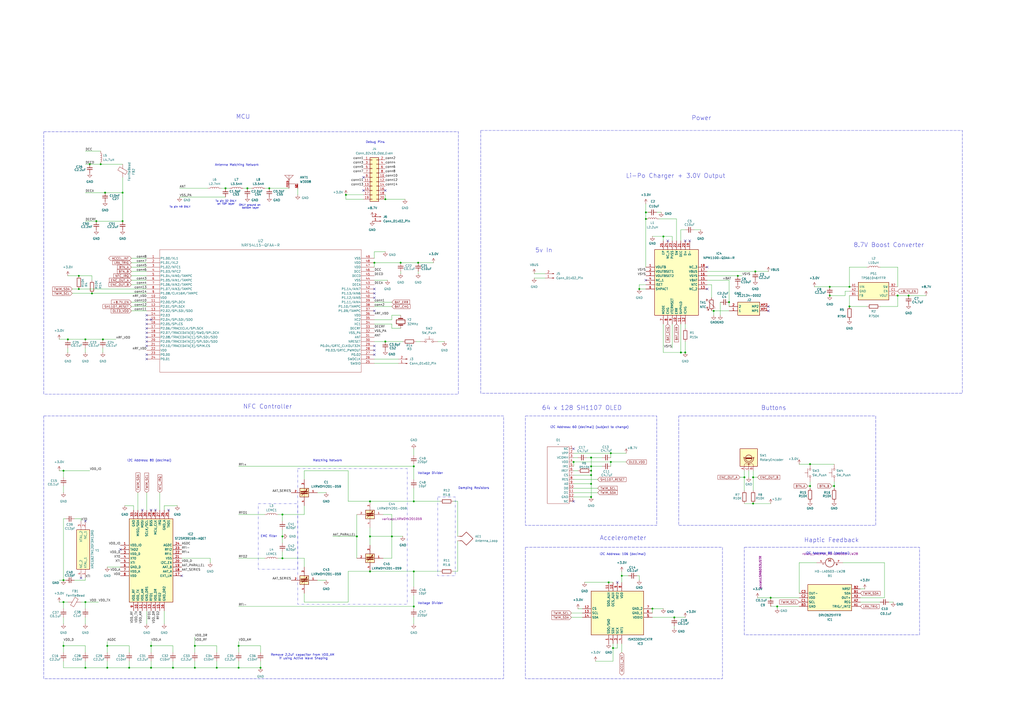
<source format=kicad_sch>
(kicad_sch (version 20250114) (generator "eeschema") (generator_version "9.0")
  (paper "A2")
  (title_block (title "Watch EVE"))
  (rectangle (start 278.892 75.692) (end 558.292 228.092) (stroke (width 0) (type dash)))
  (rectangle (start 254 288.29) (end 264.16 334.01) (stroke (width 0.127) (type dash_dot_dot)))
  (rectangle (start 393.7 241.3) (end 508 304.8) (stroke (width 0) (type dash)))
  (rectangle (start 172.72 271.78) (end 236.22 350.52) (stroke (width 0.127) (type dash_dot_dot)))
  (rectangle (start 25.4 76.454) (end 265.938 228.6) (stroke (width 0) (type dash)))
  (rectangle (start 431.8 317.5) (end 533.4 368.3) (stroke (width 0) (type dash)))
  (rectangle (start 304.8 317.5) (end 419.1 393.7) (stroke (width 0) (type dash)))
  (rectangle (start 304.8 241.3) (end 381 304.8) (stroke (width 0) (type dash)))
  (rectangle (start 25.4 241.3) (end 292.1 393.7) (stroke (width 0) (type dash)))
  (rectangle (start 149.86 292.1) (end 172.72 330.2) (stroke (width 0.127) (type dash_dot_dot)))
  (text "64 x 128 SH1107 OLED" (at 337.566 236.728 0) (effects (font (size 2.54 2.54))))
  (text "I2C Address: 80 (decimal)" (at 86.614 267.208 0) (effects (font (size 1.27 1.27))))
  (text "I2C Address: 80 (decimal)" (at 480.06 321.056 0) (effects (font (size 1.27 1.27))))
  (text "Damping Resistors" (at 274.828 283.21 0) (effects (font (size 1.27 1.27))))
  (text "Matching Network" (at 189.992 267.208 0) (effects (font (size 1.27 1.27))))
  (text "8.7V Boost Converter" (at 515.62 142.24 0) (effects (font (size 2.54 2.54))))
  (text "I2C Address: 106 (decimal)" (at 361.188 321.564 0) (effects (font (size 1.27 1.27))))
  (text "Buttons\n" (at 448.818 236.728 0) (effects (font (size 2.54 2.54))))
  (text "To pin 49 ONLY" (at 104.394 120.142 0) (effects (font (size 1.016 1.016))))
  (text "Accelerometer\n" (at 361.442 312.166 0) (effects (font (size 2.54 2.54))))
  (text "Power" (at 406.908 68.58 0) (effects (font (size 2.54 2.54))))
  (text "MCU" (at 140.97 67.818 0) (effects (font (size 2.54 2.54))))
  (text "Haptic Feedback" (at 482.346 313.436 0) (effects (font (size 2.54 2.54))))
  (text "To pin 32 ONLY\non TOP layer" (at 131.064 117.602 0) (effects (font (size 1.016 1.016))))
  (text "ONLY ground on \nbottom layer" (at 145.288 119.888 0) (effects (font (size 1.016 1.016))))
  (text "Antenna Matching Network" (at 137.414 95.758 0) (effects (font (size 1.27 1.27))))
  (text "Li-Po Charger + 3.0V Output" (at 391.922 102.108 0) (effects (font (size 2.54 2.54))))
  (text "Debug Pins" (at 217.678 82.55 0) (effects (font (size 1.27 1.27))))
  (text "5v In" (at 315.468 145.288 0) (effects (font (size 2.54 2.54))))
  (text "NFC Controller\n" (at 155.194 235.966 0) (effects (font (size 2.54 2.54))))
  (text "EMC filter" (at 155.956 311.15 0) (effects (font (size 1.27 1.27))))
  (text "Voltage Divider" (at 249.682 274.574 0) (effects (font (size 1.27 1.27))))
  (text "Remove 2.2uF capacitor from VDD_AM \nif using Active Wave Shaping" (at 176.022 381 0) (effects (font (size 1.27 1.27))))
  (text "I2C Address: 60 (decimal) (subject to change)" (at 341.884 247.904 0) (effects (font (size 1.27 1.27))))
  (text "Voltage Divider" (at 249.682 350.012 0) (effects (font (size 1.27 1.27))))
  (junction (at 71.12 111.76))
  (junction (at 214.63 290.83))
  (junction (at 156.21 109.22))
  (junction (at 53.34 170.18))
  (junction (at 240.03 270.51))
  (junction (at 436.88 276.86))
  (junction (at 125.73 387.35))
  (junction (at 207.01 311.15))
  (junction (at 87.63 387.35))
  (junction (at 492.76 177.8))
  (junction (at 520.7 171.45))
  (junction (at 49.53 196.85))
  (junction (at 163.83 311.15))
  (junction (at 240.03 331.47))
  (junction (at 240.03 290.83))
  (junction (at 354.33 267.97))
  (junction (at 355.6 375.92))
  (junction (at 59.69 196.85))
  (junction (at 163.83 323.85))
  (junction (at 87.63 374.65))
  (junction (at 483.87 281.94))
  (junction (at 45.72 167.64))
  (junction (at 223.52 115.57))
  (junction (at 342.9 275.59))
  (junction (at 74.93 387.35))
  (junction (at 138.43 374.65))
  (junction (at 469.9 281.94))
  (junction (at 151.13 387.35))
  (junction (at 130.81 109.22))
  (junction (at 397.51 204.47))
  (junction (at 438.15 157.48))
  (junction (at 384.81 137.16))
  (junction (at 342.9 270.51))
  (junction (at 227.33 311.15))
  (junction (at 374.65 127))
  (junction (at 394.97 204.47))
  (junction (at 49.53 387.35))
  (junction (at 62.23 387.35))
  (junction (at 353.06 337.82))
  (junction (at 71.12 128.27))
  (junction (at 52.07 95.25))
  (junction (at 342.9 280.67))
  (junction (at 414.02 180.34))
  (junction (at 527.05 171.45))
  (junction (at 332.74 267.97))
  (junction (at 36.83 374.65))
  (junction (at 223.52 198.12))
  (junction (at 62.23 374.65))
  (junction (at 138.43 387.35))
  (junction (at 113.03 387.35))
  (junction (at 422.91 175.26))
  (junction (at 492.76 166.37))
  (junction (at 60.96 111.76))
  (junction (at 354.33 262.89))
  (junction (at 214.63 311.15))
  (junction (at 45.72 160.02))
  (junction (at 143.51 109.22))
  (junction (at 36.83 336.55))
  (junction (at 113.03 374.65))
  (junction (at 469.9 269.24))
  (junction (at 431.8 276.86))
  (junction (at 370.84 167.64))
  (junction (at 58.42 95.25))
  (junction (at 242.57 152.4))
  (junction (at 217.17 152.4))
  (junction (at 436.88 292.1))
  (junction (at 481.33 171.45))
  (junction (at 450.85 351.79))
  (junction (at 342.9 265.43))
  (junction (at 342.9 273.05))
  (junction (at 374.65 123.19))
  (junction (at 49.53 349.25))
  (junction (at 55.88 128.27))
  (junction (at 163.83 298.45))
  (junction (at 391.16 358.14))
  (junction (at 232.41 152.4))
  (junction (at 100.33 387.35))
  (junction (at 200.66 113.03))
  (junction (at 240.03 351.79))
  (junction (at 36.83 349.25))
  (junction (at 481.33 166.37))
  (junction (at 214.63 331.47))
  (junction (at 447.04 346.71))
  (junction (at 360.68 334.01))
  (junction (at 36.83 273.05))
  (junction (at 39.37 196.85))
  (junction (at 342.9 288.29))
  (junction (at 427.99 160.02))
  (junction (at 378.46 353.06))
  (no_connect (at 217.17 167.64))
  (no_connect (at 374.65 162.56))
  (no_connect (at 85.09 198.12))
  (no_connect (at 217.17 205.74))
  (no_connect (at 85.09 200.66))
  (no_connect (at 445.77 177.8))
  (no_connect (at 85.09 205.74))
  (no_connect (at 97.79 295.91))
  (no_connect (at 223.52 110.49))
  (no_connect (at 85.09 182.88))
  (no_connect (at 332.74 290.83))
  (no_connect (at 85.09 193.04))
  (no_connect (at 410.21 167.64))
  (no_connect (at 210.82 102.87))
  (no_connect (at 105.41 334.01))
  (no_connect (at 85.09 195.58))
  (no_connect (at 49.53 302.26))
  (no_connect (at 400.05 139.7))
  (no_connect (at 85.09 187.96))
  (no_connect (at 87.63 295.91))
  (no_connect (at 410.21 154.94))
  (no_connect (at 85.09 190.5))
  (no_connect (at 85.09 208.28))
  (no_connect (at 358.14 337.82))
  (no_connect (at 397.51 139.7))
  (no_connect (at 46.99 335.28))
  (no_connect (at 85.09 185.42))
  (no_connect (at 217.17 180.34))
  (no_connect (at 82.55 295.91))
  (no_connect (at 217.17 200.66))
  (no_connect (at 217.17 203.2))
  (no_connect (at 210.82 110.49))
  (no_connect (at 90.17 295.91))
  (no_connect (at 217.17 172.72))
  (no_connect (at 69.85 318.77))
  (no_connect (at 332.74 260.35))
  (no_connect (at 445.77 180.34))
  (no_connect (at 87.63 185.42))
  (no_connect (at 387.35 139.7))
  (no_connect (at 217.17 170.18))
  (wire (pts (xy 513.08 346.71) (xy 499.11 346.71)))
  (wire (pts (xy 265.43 290.83) (xy 265.43 311.15)))
  (wire (pts (xy 438.15 157.48) (xy 445.77 157.48)))
  (wire (pts (xy 520.7 171.45) (xy 527.05 171.45)))
  (wire (pts (xy 49.53 358.14) (xy 49.53 361.95)))
  (wire (pts (xy 381 123.19) (xy 383.54 123.19)))
  (wire (pts (xy 510.54 154.94) (xy 520.7 154.94)))
  (wire (pts (xy 422.91 175.26) (xy 422.91 177.8)))
  (wire (pts (xy 342.9 270.51) (xy 342.9 265.43)))
  (wire (pts (xy 374.65 118.11) (xy 374.65 123.19)))
  (wire (pts (xy 391.16 358.14) (xy 397.51 358.14)))
  (wire (pts (xy 469.9 269.24) (xy 483.87 269.24)))
  (wire (pts (xy 375.92 123.19) (xy 374.65 123.19)))
  (wire (pts (xy 49.53 335.28) (xy 49.53 336.55)))
  (wire (pts (xy 370.84 167.64) (xy 374.65 167.64)))
  (wire (pts (xy 397.51 198.12) (xy 397.51 204.47)))
  (wire (pts (xy 217.17 185.42) (xy 227.33 185.42)))
  (wire (pts (xy 36.83 358.14) (xy 36.83 361.95)))
  (wire (pts (xy 74.93 387.35) (xy 87.63 387.35)))
  (wire (pts (xy 36.83 383.54) (xy 36.83 387.35)))
  (wire (pts (xy 92.71 285.75) (xy 92.71 295.91)))
  (wire (pts (xy 76.2 180.34) (xy 85.09 180.34)))
  (wire (pts (xy 128.27 109.22) (xy 130.81 109.22)))
  (wire (pts (xy 358.14 373.38) (xy 358.14 375.92)))
  (wire (pts (xy 355.6 383.54) (xy 355.6 375.92)))
  (wire (pts (xy 450.85 353.06) (xy 450.85 351.79)))
  (wire (pts (xy 410.21 157.48) (xy 438.15 157.48)))
  (wire (pts (xy 394.97 204.47) (xy 397.51 204.47)))
  (wire (pts (xy 342.9 280.67) (xy 342.9 288.29)))
  (wire (pts (xy 342.9 273.05) (xy 342.9 270.51)))
  (wire (pts (xy 113.03 369.57) (xy 113.03 374.65)))
  (wire (pts (xy 427.99 160.02) (xy 410.21 160.02)))
  (wire (pts (xy 355.6 375.92) (xy 358.14 375.92)))
  (wire (pts (xy 34.29 196.85) (xy 39.37 196.85)))
  (wire (pts (xy 469.9 279.4) (xy 469.9 281.94)))
  (wire (pts (xy 492.76 177.8) (xy 492.76 171.45)))
  (wire (pts (xy 262.89 331.47) (xy 265.43 331.47)))
  (wire (pts (xy 214.63 290.83) (xy 240.03 290.83)))
  (wire (pts (xy 217.17 210.82) (xy 231.14 210.82)))
  (wire (pts (xy 227.33 182.88) (xy 232.41 182.88)))
  (wire (pts (xy 34.29 273.05) (xy 36.83 273.05)))
  (wire (pts (xy 58.42 95.25) (xy 71.12 95.25)))
  (wire (pts (xy 384.81 137.16) (xy 384.81 139.7)))
  (wire (pts (xy 332.74 273.05) (xy 335.28 273.05)))
  (wire (pts (xy 201.93 349.25) (xy 201.93 331.47)))
  (wire (pts (xy 172.72 109.22) (xy 172.72 113.03)))
  (wire (pts (xy 382.27 127) (xy 392.43 127)))
  (wire (pts (xy 394.97 133.35) (xy 397.51 133.35)))
  (wire (pts (xy 410.21 165.1) (xy 412.75 165.1)))
  (wire (pts (xy 515.62 349.25) (xy 518.16 349.25)))
  (wire (pts (xy 184.15 336.55) (xy 189.23 336.55)))
  (wire (pts (xy 163.83 298.45) (xy 176.53 298.45)))
  (wire (pts (xy 214.63 311.15) (xy 214.63 316.23)))
  (wire (pts (xy 36.83 285.75) (xy 36.83 281.94)))
  (wire (pts (xy 74.93 383.54) (xy 74.93 387.35)))
  (wire (pts (xy 332.74 267.97) (xy 354.33 267.97)))
  (wire (pts (xy 176.53 323.85) (xy 176.53 328.93)))
  (wire (pts (xy 436.88 276.86) (xy 439.42 276.86)))
  (wire (pts (xy 481.33 166.37) (xy 492.76 166.37)))
  (wire (pts (xy 360.68 334.01) (xy 360.68 337.82)))
  (wire (pts (xy 200.66 113.03) (xy 210.82 113.03)))
  (wire (pts (xy 36.83 353.06) (xy 36.83 349.25)))
  (wire (pts (xy 104.14 114.3) (xy 130.81 114.3)))
  (wire (pts (xy 36.83 387.35) (xy 49.53 387.35)))
  (wire (pts (xy 332.74 262.89) (xy 354.33 262.89)))
  (wire (pts (xy 60.96 111.76) (xy 71.12 111.76)))
  (wire (pts (xy 138.43 351.79) (xy 240.03 351.79)))
  (wire (pts (xy 240.03 331.47) (xy 240.03 340.36)))
  (wire (pts (xy 201.93 273.05) (xy 201.93 290.83)))
  (wire (pts (xy 394.97 187.96) (xy 394.97 204.47)))
  (wire (pts (xy 242.57 152.4) (xy 251.46 152.4)))
  (wire (pts (xy 332.74 285.75) (xy 346.71 285.75)))
  (wire (pts (xy 153.67 109.22) (xy 156.21 109.22)))
  (wire (pts (xy 76.2 154.94) (xy 85.09 154.94)))
  (wire (pts (xy 332.74 265.43) (xy 335.28 265.43)))
  (wire (pts (xy 412.75 172.72) (xy 412.75 165.1)))
  (wire (pts (xy 360.68 331.47) (xy 360.68 334.01)))
  (wire (pts (xy 49.53 349.25) (xy 49.53 353.06)))
  (wire (pts (xy 36.83 372.11) (xy 36.83 374.65)))
  (wire (pts (xy 138.43 270.51) (xy 240.03 270.51)))
  (wire (pts (xy 430.53 160.02) (xy 427.99 160.02)))
  (wire (pts (xy 45.72 167.64) (xy 85.09 167.64)))
  (wire (pts (xy 34.29 336.55) (xy 36.83 336.55)))
  (wire (pts (xy 62.23 387.35) (xy 74.93 387.35)))
  (wire (pts (xy 472.44 166.37) (xy 481.33 166.37)))
  (wire (pts (xy 36.83 273.05) (xy 36.83 276.86)))
  (wire (pts (xy 217.17 198.12) (xy 223.52 198.12)))
  (wire (pts (xy 394.97 133.35) (xy 394.97 139.7)))
  (wire (pts (xy 217.17 175.26) (xy 227.33 175.26)))
  (wire (pts (xy 331.47 355.6) (xy 337.82 355.6)))
  (wire (pts (xy 355.6 373.38) (xy 355.6 375.92)))
  (wire (pts (xy 397.51 187.96) (xy 397.51 190.5)))
  (wire (pts (xy 176.53 298.45) (xy 176.53 293.37)))
  (wire (pts (xy 161.29 323.85) (xy 163.83 323.85)))
  (wire (pts (xy 370.84 165.1) (xy 374.65 165.1)))
  (wire (pts (xy 163.83 323.85) (xy 163.83 320.04)))
  (wire (pts (xy 223.52 115.57) (xy 223.52 113.03)))
  (wire (pts (xy 87.63 374.65) (xy 100.33 374.65)))
  (wire (pts (xy 95.25 293.37) (xy 95.25 295.91)))
  (wire (pts (xy 447.04 351.79) (xy 450.85 351.79)))
  (wire (pts (xy 62.23 372.11) (xy 62.23 374.65)))
  (wire (pts (xy 100.33 383.54) (xy 100.33 387.35)))
  (wire (pts (xy 492.76 154.94) (xy 502.92 154.94)))
  (wire (pts (xy 227.33 311.15) (xy 227.33 323.85)))
  (wire (pts (xy 151.13 387.35) (xy 138.43 387.35)))
  (wire (pts (xy 36.83 300.99) (xy 36.83 336.55)))
  (wire (pts (xy 227.33 190.5) (xy 232.41 190.5)))
  (wire (pts (xy 332.74 288.29) (xy 342.9 288.29)))
  (wire (pts (xy 87.63 372.11) (xy 87.63 374.65)))
  (wire (pts (xy 422.91 162.56) (xy 422.91 175.26)))
  (wire (pts (xy 217.17 177.8) (xy 227.33 177.8)))
  (wire (pts (xy 39.37 201.93) (xy 39.37 204.47)))
  (wire (pts (xy 378.46 355.6) (xy 378.46 353.06)))
  (wire (pts (xy 354.33 267.97) (xy 363.22 267.97)))
  (wire (pts (xy 309.88 161.29) (xy 316.23 161.29)))
  (wire (pts (xy 331.47 358.14) (xy 337.82 358.14)))
  (wire (pts (xy 39.37 196.85) (xy 49.53 196.85)))
  (wire (pts (xy 217.17 152.4) (xy 217.17 154.94)))
  (wire (pts (xy 34.29 349.25) (xy 36.83 349.25)))
  (wire (pts (xy 138.43 387.35) (xy 125.73 387.35)))
  (wire (pts (xy 354.33 262.89) (xy 363.22 262.89)))
  (wire (pts (xy 499.11 341.63) (xy 501.65 341.63)))
  (wire (pts (xy 410.21 162.56) (xy 422.91 162.56)))
  (wire (pts (xy 163.83 307.34) (xy 163.83 311.15)))
  (wire (pts (xy 370.84 167.64) (xy 370.84 165.1)))
  (wire (pts (xy 510.54 177.8) (xy 520.7 177.8)))
  (wire (pts (xy 163.83 323.85) (xy 176.53 323.85)))
  (wire (pts (xy 85.09 285.75) (xy 85.09 295.91)))
  (wire (pts (xy 391.16 364.49) (xy 391.16 363.22)))
  (wire (pts (xy 125.73 383.54) (xy 125.73 387.35)))
  (wire (pts (xy 342.9 275.59) (xy 342.9 280.67)))
  (wire (pts (xy 332.74 280.67) (xy 342.9 280.67)))
  (wire (pts (xy 49.53 111.76) (xy 60.96 111.76)))
  (wire (pts (xy 345.44 383.54) (xy 355.6 383.54)))
  (wire (pts (xy 429.26 276.86) (xy 431.8 276.86)))
  (wire (pts (xy 240.03 345.44) (xy 240.03 351.79)))
  (wire (pts (xy 62.23 328.93) (xy 69.85 328.93)))
  (wire (pts (xy 138.43 374.65) (xy 151.13 374.65)))
  (wire (pts (xy 176.53 273.05) (xy 176.53 278.13)))
  (wire (pts (xy 513.08 326.39) (xy 513.08 346.71)))
  (wire (pts (xy 113.03 374.65) (xy 125.73 374.65)))
  (wire (pts (xy 436.88 276.86) (xy 436.88 284.48)))
  (wire (pts (xy 36.83 374.65) (xy 49.53 374.65)))
  (wire (pts (xy 214.63 331.47) (xy 240.03 331.47)))
  (wire (pts (xy 41.91 167.64) (xy 45.72 167.64)))
  (wire (pts (xy 227.33 311.15) (xy 233.68 311.15)))
  (wire (pts (xy 104.14 109.22) (xy 120.65 109.22)))
  (wire (pts (xy 240.03 290.83) (xy 255.27 290.83)))
  (wire (pts (xy 193.04 311.15) (xy 207.01 311.15)))
  (wire (pts (xy 342.9 265.43) (xy 349.25 265.43)))
  (wire (pts (xy 384.81 137.16) (xy 389.89 137.16)))
  (wire (pts (xy 342.9 270.51) (xy 349.25 270.51)))
  (wire (pts (xy 49.53 87.63) (xy 58.42 87.63)))
  (wire (pts (xy 434.34 273.05) (xy 434.34 276.86)))
  (wire (pts (xy 76.2 152.4) (xy 85.09 152.4)))
  (wire (pts (xy 76.2 177.8) (xy 85.09 177.8)))
  (wire (pts (xy 72.39 293.37) (xy 77.47 293.37)))
  (wire (pts (xy 201.93 290.83) (xy 214.63 290.83)))
  (wire (pts (xy 339.09 337.82) (xy 353.06 337.82)))
  (wire (pts (xy 389.89 137.16) (xy 389.89 139.7)))
  (wire (pts (xy 49.53 201.93) (xy 49.53 204.47)))
  (wire (pts (xy 354.33 267.97) (xy 354.33 270.51)))
  (wire (pts (xy 414.02 180.34) (xy 422.91 180.34)))
  (wire (pts (xy 200.66 115.57) (xy 210.82 115.57)))
  (wire (pts (xy 490.22 171.45) (xy 481.33 171.45)))
  (wire (pts (xy 240.03 270.51) (xy 240.03 278.13)))
  (wire (pts (xy 71.12 111.76) (xy 71.12 128.27)))
  (wire (pts (xy 176.53 349.25) (xy 201.93 349.25)))
  (wire (pts (xy 138.43 383.54) (xy 138.43 387.35)))
  (wire (pts (xy 76.2 157.48) (xy 85.09 157.48)))
  (wire (pts (xy 417.83 175.26) (xy 417.83 182.88)))
  (wire (pts (xy 125.73 374.65) (xy 125.73 378.46)))
  (wire (pts (xy 95.25 361.95) (xy 95.25 354.33)))
  (wire (pts (xy 227.33 298.45) (xy 227.33 311.15)))
  (wire (pts (xy 62.23 383.54) (xy 62.23 387.35)))
  (wire (pts (xy 49.53 383.54) (xy 49.53 387.35)))
  (wire (pts (xy 55.88 128.27) (xy 49.53 128.27)))
  (wire (pts (xy 436.88 292.1) (xy 447.04 292.1)))
  (wire (pts (xy 309.88 158.75) (xy 316.23 158.75)))
  (wire (pts (xy 138.43 298.45) (xy 153.67 298.45)))
  (wire (pts (xy 502.92 177.8) (xy 492.76 177.8)))
  (wire (pts (xy 138.43 378.46) (xy 138.43 374.65)))
  (wire (pts (xy 374.65 123.19) (xy 374.65 127)))
  (wire (pts (xy 240.03 260.35) (xy 240.03 264.16)))
  (wire (pts (xy 499.11 349.25) (xy 510.54 349.25)))
  (wire (pts (xy 431.8 292.1) (xy 436.88 292.1)))
  (wire (pts (xy 463.55 344.17) (xy 463.55 326.39)))
  (wire (pts (xy 53.34 170.18) (xy 85.09 170.18)))
  (wire (pts (xy 332.74 275.59) (xy 342.9 275.59)))
  (wire (pts (xy 217.17 152.4) (xy 232.41 152.4)))
  (wire (pts (xy 240.03 358.14) (xy 240.03 361.95)))
  (wire (pts (xy 240.03 283.21) (xy 240.03 290.83)))
  (wire (pts (xy 36.83 349.25) (xy 39.37 349.25)))
  (wire (pts (xy 138.43 323.85) (xy 153.67 323.85)))
  (wire (pts (xy 232.41 152.4) (xy 242.57 152.4)))
  (wire (pts (xy 483.87 281.94) (xy 483.87 283.21)))
  (wire (pts (xy 100.33 387.35) (xy 113.03 387.35)))
  (wire (pts (xy 207.01 311.15) (xy 207.01 323.85)))
  (wire (pts (xy 43.18 300.99) (xy 46.99 300.99)))
  (wire (pts (xy 76.2 149.86) (xy 85.09 149.86)))
  (wire (pts (xy 74.93 374.65) (xy 62.23 374.65)))
  (wire (pts (xy 76.2 175.26) (xy 85.09 175.26)))
  (wire (pts (xy 45.72 160.02) (xy 53.34 160.02)))
  (wire (pts (xy 201.93 331.47) (xy 214.63 331.47)))
  (wire (pts (xy 143.51 109.22) (xy 146.05 109.22)))
  (wire (pts (xy 370.84 334.01) (xy 369.57 334.01)))
  (wire (pts (xy 176.53 349.25) (xy 176.53 344.17)))
  (wire (pts (xy 392.43 127) (xy 392.43 139.7)))
  (wire (pts (xy 217.17 149.86) (xy 217.17 146.05)))
  (wire (pts (xy 332.74 283.21) (xy 346.71 283.21)))
  (wire (pts (xy 217.17 187.96) (xy 227.33 187.96)))
  (wire (pts (xy 49.53 95.25) (xy 52.07 95.25)))
  (wire (pts (xy 431.8 276.86) (xy 431.8 284.48)))
  (wire (pts (xy 151.13 374.65) (xy 151.13 378.46)))
  (wire (pts (xy 234.95 115.57) (xy 223.52 115.57)))
  (wire (pts (xy 490.22 171.45) (xy 490.22 168.91)))
  (wire (pts (xy 374.65 127) (xy 374.65 154.94)))
  (wire (pts (xy 156.21 109.22) (xy 167.64 109.22)))
  (wire (pts (xy 463.55 326.39) (xy 473.71 326.39)))
  (wire (pts (xy 262.89 290.83) (xy 265.43 290.83)))
  (wire (pts (xy 62.23 374.65) (xy 62.23 378.46)))
  (wire (pts (xy 222.25 298.45) (xy 227.33 298.45)))
  (wire (pts (xy 49.53 378.46) (xy 49.53 374.65)))
  (wire (pts (xy 151.13 383.54) (xy 151.13 387.35)))
  (wire (pts (xy 207.01 298.45) (xy 207.01 311.15)))
  (wire (pts (xy 520.7 177.8) (xy 520.7 171.45)))
  (wire (pts (xy 332.74 267.97) (xy 332.74 270.51)))
  (wire (pts (xy 100.33 374.65) (xy 100.33 378.46)))
  (wire (pts (xy 76.2 162.56) (xy 85.09 162.56)))
  (wire (pts (xy 227.33 185.42) (xy 227.33 182.88)))
  (wire (pts (xy 49.53 349.25) (xy 57.15 349.25)))
  (wire (pts (xy 214.63 311.15) (xy 227.33 311.15)))
  (wire (pts (xy 77.47 293.37) (xy 77.47 295.91)))
  (wire (pts (xy 214.63 306.07) (xy 214.63 311.15)))
  (wire (pts (xy 76.2 165.1) (xy 85.09 165.1)))
  (wire (pts (xy 240.03 269.24) (xy 240.03 270.51)))
  (wire (pts (xy 71.12 102.87) (xy 71.12 111.76)))
  (wire (pts (xy 354.33 262.89) (xy 354.33 265.43)))
  (wire (pts (xy 447.04 346.71) (xy 439.42 346.71)))
  (wire (pts (xy 53.34 160.02) (xy 53.34 162.56)))
  (wire (pts (xy 200.66 113.03) (xy 200.66 115.57)))
  (wire (pts (xy 217.17 146.05) (xy 223.52 146.05)))
  (wire (pts (xy 36.83 374.65) (xy 36.83 378.46)))
  (wire (pts (xy 483.87 279.4) (xy 483.87 281.94)))
  (wire (pts (xy 49.53 336.55) (xy 43.18 336.55)))
  (wire (pts (xy 87.63 378.46) (xy 87.63 374.65)))
  (wire (pts (xy 59.69 196.85) (xy 67.31 196.85)))
  (wire (pts (xy 41.91 170.18) (xy 53.34 170.18)))
  (wire (pts (xy 121.92 323.85) (xy 105.41 323.85)))
  (wire (pts (xy 52.07 95.25) (xy 58.42 95.25)))
  (wire (pts (xy 378.46 353.06) (xy 384.81 353.06)))
  (wire (pts (xy 176.53 273.05) (xy 201.93 273.05)))
  (wire (pts (xy 242.57 157.48) (xy 242.57 158.75)))
  (wire (pts (xy 49.53 387.35) (xy 62.23 387.35)))
  (wire (pts (xy 184.15 285.75) (xy 189.23 285.75)))
  (wire (pts (xy 113.03 387.35) (xy 125.73 387.35)))
  (wire (pts (xy 87.63 383.54) (xy 87.63 387.35)))
  (wire (pts (xy 71.12 128.27) (xy 55.88 128.27)))
  (wire (pts (xy 130.81 109.22) (xy 133.35 109.22)))
  (wire (pts (xy 332.74 278.13) (xy 346.71 278.13)))
  (wire (pts (xy 370.84 336.55) (xy 370.84 334.01)))
  (wire (pts (xy 140.97 109.22) (xy 143.51 109.22)))
  (wire (pts (xy 360.68 334.01) (xy 364.49 334.01)))
  (wire (pts (xy 412.75 180.34) (xy 414.02 180.34)))
  (wire (pts (xy 378.46 137.16) (xy 384.81 137.16)))
  (wire (pts (xy 232.41 157.48) (xy 232.41 158.75)))
  (wire (pts (xy 463.55 346.71) (xy 447.04 346.71)))
  (wire (pts (xy 227.33 187.96) (xy 227.33 190.5)))
  (wire (pts (xy 163.83 298.45) (xy 163.83 302.26)))
  (wire (pts (xy 39.37 160.02) (xy 45.72 160.02)))
  (wire (pts (xy 49.53 196.85) (xy 59.69 196.85)))
  (wire (pts (xy 240.03 351.79) (xy 240.03 353.06)))
  (wire (pts (xy 378.46 358.14) (xy 391.16 358.14)))
  (wire (pts (xy 384.81 187.96) (xy 384.81 204.47)))
  (wire (pts (xy 227.33 323.85) (xy 222.25 323.85)))
  (wire (pts (xy 463.55 269.24) (xy 469.9 269.24)))
  (wire (pts (xy 360.68 373.38) (xy 360.68 378.46)))
  (wire (pts (xy 163.83 311.15) (xy 163.83 314.96)))
  (wire (pts (xy 102.87 293.37) (xy 95.25 293.37)))
  (wire (pts (xy 217.17 208.28) (xy 231.14 208.28)))
  (wire (pts (xy 217.17 162.56) (xy 224.79 162.56)))
  (wire (pts (xy 46.99 349.25) (xy 49.53 349.25)))
  (wire (pts (xy 340.36 265.43) (xy 342.9 265.43)))
  (wire (pts (xy 85.09 361.95) (xy 85.09 354.33)))
  (wire (pts (xy 80.01 285.75) (xy 80.01 295.91)))
  (wire (pts (xy 469.9 281.94) (xy 469.9 283.21)))
  (wire (pts (xy 121.92 326.39) (xy 121.92 323.85)))
  (wire (pts (xy 431.8 273.05) (xy 431.8 276.86)))
  (wire (pts (xy 414.02 182.88) (xy 414.02 180.34)))
  (wire (pts (xy 335.28 353.06) (xy 337.82 353.06)))
  (wire (pts (xy 161.29 298.45) (xy 163.83 298.45)))
  (wire (pts (xy 527.05 171.45) (xy 537.21 171.45)))
  (wire (pts (xy 74.93 378.46) (xy 74.93 374.65)))
  (wire (pts (xy 520.7 154.94) (xy 520.7 166.37)))
  (wire (pts (xy 488.95 326.39) (xy 513.08 326.39)))
  (wire (pts (xy 436.88 273.05) (xy 436.88 276.86)))
  (wire (pts (xy 490.22 168.91) (xy 492.76 168.91)))
  (wire (pts (xy 38.1 336.55) (xy 36.83 336.55)))
  (wire (pts (xy 463.55 351.79) (xy 450.85 351.79)))
  (wire (pts (xy 113.03 383.54) (xy 113.03 387.35)))
  (wire (pts (xy 38.1 300.99) (xy 36.83 300.99)))
  (wire (pts (xy 138.43 372.11) (xy 138.43 374.65)))
  (wire (pts (xy 241.3 198.12) (xy 243.84 198.12)))
  (wire (pts (xy 402.59 133.35) (xy 406.4 133.35)))
  (wire (pts (xy 223.52 198.12) (xy 233.68 198.12)))
  (wire (pts (xy 46.99 300.99) (xy 46.99 302.26)))
  (wire (pts (xy 389.89 187.96) (xy 389.89 201.93)))
  (wire (pts (xy 468.63 281.94) (xy 469.9 281.94)))
  (wire (pts (xy 76.2 160.02) (xy 85.09 160.02)))
  (wire (pts (xy 87.63 387.35) (xy 100.33 387.35)))
  (wire (pts (xy 254 198.12) (xy 257.81 198.12)))
  (wire (pts (xy 342.9 273.05) (xy 342.9 275.59)))
  (wire (pts (xy 492.76 166.37) (xy 492.76 154.94)))
  (wire (pts (xy 384.81 204.47) (xy 394.97 204.47)))
  (wire (pts (xy 36.83 273.05) (xy 52.07 273.05)))
  (wire (pts (xy 59.69 201.93) (xy 59.69 204.47)))
  (wire (pts (xy 113.03 378.46) (xy 113.03 374.65)))
  (wire (pts (xy 482.6 281.94) (xy 483.87 281.94)))
  (wire (pts (xy 353.06 337.82) (xy 355.6 337.82)))
  (wire (pts (xy 240.03 331.47) (xy 255.27 331.47)))
  (wire (pts (xy 265.43 331.47) (xy 265.43 313.69)))
  (label "RFI+" (at 138.43 270.51 0))
  (label "RFI-" (at 138.43 351.79 0))
  (label "VSYS" (at 374.65 157.48 180))
  (label "VDD" (at 69.85 334.01 180))
  (label "conn1" (at 210.82 92.71 180))
  (label "VDD_TX" (at 80.01 354.33 270))
  (label "conn2" (at 217.17 177.8 0))
  (label "conn1" (at 217.17 175.26 0))
  (label "conn11" (at 210.82 105.41 180))
  (label "VDD_A" (at 87.63 372.11 0))
  (label "RFO1" (at 87.63 354.33 270))
  (label "nRF_VDD" (at 217.17 182.88 0))
  (label "conn13" (at 85.09 167.64 180))
  (label "conn5" (at 210.82 97.79 180))
  (label "VDD_AM" (at 82.55 354.33 270))
  (label "conn7" (at 210.82 100.33 180))
  (label "conn4" (at 85.09 165.1 180))
  (label "VDD_A" (at 69.85 331.47 180))
  (label "VDD_D" (at 69.85 321.31 180))
  (label "VSYS" (at 389.89 201.93 180))
  (label "DECA" (at 49.53 111.76 0))
  (label "AAT_PARALLEL" (at 193.04 311.15 0))
  (label "XTO" (at 69.85 323.85 180))
  (label "DECD" (at 49.53 95.25 0))
  (label "DCC" (at 217.17 157.48 0))
  (label "DECD" (at 217.17 160.02 0))
  (label "AAT_SERIES" (at 105.41 331.47 0))
  (label "VDD_D" (at 105.41 326.39 0))
  (label "VDD_RF" (at 77.47 354.33 270))
  (label "conn12" (at 223.52 105.41 0))
  (label "conn8" (at 223.52 100.33 0))
  (label "conn13" (at 210.82 107.95 180))
  (label "XTI" (at 49.53 335.28 0))
  (label "conn10" (at 223.52 102.87 0))
  (label "conn10" (at 85.09 175.26 180))
  (label "XTO" (at 46.99 302.26 0))
  (label "VDD_AM" (at 138.43 372.11 0))
  (label "VDD_IO" (at 52.07 273.05 0))
  (label "RFI+" (at 105.41 321.31 0))
  (label "VDD_IO" (at 69.85 316.23 180))
  (label "+BAT" (at 419.1 162.56 0))
  (label "AGDC" (at 62.23 372.11 0))
  (label "AAT_SERIES" (at 168.91 285.75 180))
  (label "conn14" (at 223.52 107.95 0))
  (label "RFO2" (at 138.43 323.85 0))
  (label "VDD" (at 52.07 349.25 0))
  (label "nRF_VDD" (at 85.09 172.72 180))
  (label "conn14" (at 85.09 170.18 180))
  (label "DECRF" (at 49.53 128.27 0))
  (label "nRF_VDD" (at 67.31 196.85 0))
  (label "VDD_TX" (at 57.15 349.25 0))
  (label "AGDC" (at 105.41 316.23 0))
  (label "RFO1" (at 138.43 298.45 0))
  (label "RFI-" (at 105.41 318.77 0))
  (label "conn5" (at 85.09 154.94 180))
  (label "conn8" (at 85.09 149.86 180))
  (label "VDD_RF" (at 113.03 372.11 0))
  (label "VDD_D" (at 36.83 372.11 0))
  (label "VDD_DR" (at 113.03 369.57 0))
  (label "VSYS" (at 430.53 160.02 0))
  (label "conn3" (at 210.82 95.25 180))
  (label "AAT_PARALLEL" (at 105.41 328.93 0))
  (label "VSS_PA" (at 104.14 114.3 0))
  (label "conn3" (at 85.09 162.56 180))
  (label "VSYS" (at 374.65 160.02 180))
  (label "conn12" (at 85.09 177.8 180))
  (label "DECRF" (at 217.17 190.5 0))
  (label "conn6" (at 85.09 157.48 180))
  (label "ANT" (at 217.17 195.58 0))
  (label "conn4" (at 223.52 95.25 0))
  (label "conn11" (at 85.09 180.34 180))
  (label "VSS_PA" (at 217.17 193.04 0))
  (label "conn7" (at 85.09 152.4 180))
  (label "VDD_DR" (at 90.17 354.33 270))
  (label "XTI" (at 69.85 326.39 180))
  (label "ANT" (at 104.14 109.22 0))
  (label "conn6" (at 223.52 97.79 0))
  (label "DCC" (at 49.53 87.63 0))
  (label "DECA" (at 217.17 165.1 0))
  (label "RFO2" (at 92.71 354.33 270))
  (label "nRF_VDD" (at 85.09 203.2 180))
  (label "AAT_SERIES" (at 168.91 336.55 180))
  (label "conn2" (at 223.52 92.71 0))
  (global_label "BAT_CHG" (shape input) (at 227.33 177.8 0) (property "Intersheetrefs" "${INTERSHEET_REFS}" (effects (hide yes))))
  (global_label "BAT_ERR" (shape input) (at 392.43 187.96 270) (property "Intersheetrefs" "${INTERSHEET_REFS}" (effects (hide yes))))
  (global_label "BAT_CHG" (shape input) (at 387.35 187.96 270) (property "Intersheetrefs" "${INTERSHEET_REFS}" (effects (hide yes))))
  (global_label "ENC_OUT_B" (shape input) (at 76.2 165.1 180) (property "Intersheetrefs" "${INTERSHEET_REFS}" (effects (hide yes))))
  (global_label "OLED_VDD" (shape input) (at 76.2 180.34 180) (property "Intersheetrefs" "${INTERSHEET_REFS}" (effects (hide yes))))
  (global_label "BAT_ERR" (shape input) (at 227.33 175.26 0) (property "Intersheetrefs" "${INTERSHEET_REFS}" (effects (hide yes))))
  (global_label "TWIM_SCL" (shape input) (at 85.09 285.75 90) (property "Intersheetrefs" "${INTERSHEET_REFS}" (effects (hide yes))))
  (global_label "BTN_B" (shape input) (at 76.2 157.48 180) (property "Intersheetrefs" "${INTERSHEET_REFS}" (effects (hide yes))))
  (global_label "TWIM_SDA" (shape input) (at 41.91 167.64 180) (property "Intersheetrefs" "${INTERSHEET_REFS}" (effects (hide yes))))
  (global_label "TWIM_SDA" (shape input) (at 80.01 285.75 90) (property "Intersheetrefs" "${INTERSHEET_REFS}" (effects (hide yes))))
  (global_label "BTN_B" (shape input) (at 482.6 281.94 180) (property "Intersheetrefs" "${INTERSHEET_REFS}" (effects (hide yes))))
  (global_label "NFC_IRQ" (shape input) (at 92.71 285.75 90) (property "Intersheetrefs" "${INTERSHEET_REFS}" (effects (hide yes))))
  (global_label "TWIM_SCL" (shape input) (at 41.91 170.18 180) (property "Intersheetrefs" "${INTERSHEET_REFS}" (effects (hide yes))))
  (global_label "+8.7V_EN" (shape input) (at 76.2 175.26 180) (property "Intersheetrefs" "${INTERSHEET_REFS}" (effects (hide yes))))
  (global_label "OLED_VDD" (shape input) (at 363.22 267.97 0) (property "Intersheetrefs" "${INTERSHEET_REFS}" (effects (hide yes))))
  (global_label "TWIM_SDA" (shape input) (at 499.11 344.17 0) (property "Intersheetrefs" "${INTERSHEET_REFS}" (effects (hide yes))))
  (global_label "TWIM_SDA" (shape input) (at 346.71 285.75 0) (property "Intersheetrefs" "${INTERSHEET_REFS}" (effects (hide yes))))
  (global_label "BTN_A" (shape input) (at 468.63 281.94 180) (property "Intersheetrefs" "${INTERSHEET_REFS}" (effects (hide yes))))
  (global_label "ACCEL_INT" (shape tri_state) (at 76.2 149.86 180) (property "Intersheetrefs" "${INTERSHEET_REFS}" (effects (hide yes))))
  (global_label "TWIM_SCL" (shape input) (at 346.71 283.21 0) (property "Intersheetrefs" "${INTERSHEET_REFS}" (effects (hide yes))))
  (global_label "+8.7V_EN" (shape input) (at 520.7 168.91 0) (property "Intersheetrefs" "${INTERSHEET_REFS}" (effects (hide yes))))
  (global_label "ENC_OUT_A" (shape input) (at 76.2 162.56 180) (property "Intersheetrefs" "${INTERSHEET_REFS}" (effects (hide yes))))
  (global_label "SH1107_RESET" (shape input) (at 76.2 177.8 180) (property "Intersheetrefs" "${INTERSHEET_REFS}" (effects (hide yes))))
  (global_label "LRA_TRIG" (shape input) (at 499.11 351.79 0) (property "Intersheetrefs" "${INTERSHEET_REFS}" (effects (hide yes))))
  (global_label "ACCEL_INT" (shape tri_state) (at 360.68 378.46 270) (property "Intersheetrefs" "${INTERSHEET_REFS}" (effects (hide yes))))
  (global_label "ENC_OUT_B" (shape input) (at 439.42 276.86 0) (property "Intersheetrefs" "${INTERSHEET_REFS}" (effects (hide yes))))
  (global_label "TWIM_SCL" (shape input) (at 463.55 349.25 180) (property "Intersheetrefs" "${INTERSHEET_REFS}" (effects (hide yes))))
  (global_label "NFC_IRQ" (shape input) (at 76.2 160.02 180) (property "Intersheetrefs" "${INTERSHEET_REFS}" (effects (hide yes))))
  (global_label "ENC_OUT_A" (shape input) (at 429.26 276.86 180) (property "Intersheetrefs" "${INTERSHEET_REFS}" (effects (hide yes))))
  (global_label "SH1107_RESET" (shape input) (at 346.71 278.13 0) (property "Intersheetrefs" "${INTERSHEET_REFS}" (effects (hide yes))))
  (global_label "TWIM_SCL" (shape input) (at 331.47 355.6 180) (property "Intersheetrefs" "${INTERSHEET_REFS}" (effects (hide yes))))
  (global_label "BTN_A" (shape input) (at 76.2 154.94 180) (property "Intersheetrefs" "${INTERSHEET_REFS}" (effects (hide yes))))
  (global_label "LRA_TRIG" (shape input) (at 76.2 152.4 180) (property "Intersheetrefs" "${INTERSHEET_REFS}" (effects (hide yes))))
  (global_label "TWIM_SDA" (shape input) (at 331.47 358.14 180) (property "Intersheetrefs" "${INTERSHEET_REFS}" (effects (hide yes))))
  (symbol (lib_id "power:GND") (at 232.41 158.75 0) (unit 1)
    (property "Reference" "#PWR020" (effects (hide yes)))
    (property "Value" "GND" (at 232.41 163.83 0))
    (property "Description" "Power symbol creates a global label with name \"GND\" , ground" (effects (hide yes)))
  )
  (symbol (lib_id "Device:C_Small") (at 163.83 317.5 180) (unit 1)
    (property "Reference" "C42" (at 168.91 316.738 0))
    (property "Value" "620pF" (at 168.91 318.77 0))
    (property "Footprint" "Capacitor_SMD:C_0402_1005Metric" (effects (hide yes)))
    (property "Description" "Unpolarized capacitor, small symbol" (effects (hide yes)))
  )
  (symbol (lib_id "power:GND") (at 242.57 158.75 0) (unit 1)
    (property "Reference" "#PWR033" (effects (hide yes)))
    (property "Value" "GND" (at 242.57 163.83 0))
    (property "Description" "Power symbol creates a global label with name \"GND\" , ground" (effects (hide yes)))
  )
  (symbol (lib_id "Device:C_Small") (at 49.53 355.6 180) (unit 1)
    (property "Reference" "C38" (at 44.958 355.092 0))
    (property "Value" "C1uF" (at 44.958 357.124 0))
    (property "Footprint" "Capacitor_SMD:C_0402_1005Metric" (effects (hide yes)))
    (property "Description" "Unpolarized capacitor, small symbol" (effects (hide yes)))
  )
  (symbol (lib_id "power:GND") (at 483.87 290.83 0) (unit 1)
    (property "Reference" "#PWR086" (effects (hide yes)))
    (property "Value" "GND" (at 483.87 294.894 0))
    (property "Description" "Power symbol creates a global label with name \"GND\" , ground" (effects (hide yes)))
  )
  (symbol (lib_id "power:GND") (at 438.15 162.56 0) (unit 1)
    (property "Reference" "#PWR016" (effects (hide yes)))
    (property "Value" "GND" (at 438.15 167.64 0))
    (property "Description" "Power symbol creates a global label with name \"GND\" , ground" (effects (hide yes)))
  )
  (symbol (lib_id "power:GND") (at 39.37 204.47 0) (unit 1)
    (property "Reference" "#PWR070" (effects (hide yes)))
    (property "Value" "GND" (at 39.37 209.55 0))
    (property "Description" "Power symbol creates a global label with name \"GND\" , ground" (effects (hide yes)))
  )
  (symbol (lib_id "power:VBUS") (at 463.55 269.24 0) (unit 1)
    (property "Reference" "#PWR085" (effects (hide yes)))
    (property "Value" "+3.0V" (at 460.248 266.192 0))
    (property "Description" "Power symbol creates a global label with name \"VBUS\"" (effects (hide yes)))
  )
  (symbol (lib_id "power:GND") (at 450.85 353.06 0) (unit 1)
    (property "Reference" "#PWR029" (effects (hide yes)))
    (property "Value" "GND" (at 454.66 354.33 0))
    (property "Description" "Power symbol creates a global label with name \"GND\" , ground" (effects (hide yes)))
  )
  (symbol (lib_id "Device:C_Small") (at 438.15 160.02 0) (unit 1)
    (property "Reference" "C3" (at 441.96 159.258 0))
    (property "Value" "C2.2uF" (at 443.484 161.036 0))
    (property "Footprint" "Capacitor_SMD:C_0402_1005Metric" (effects (hide yes)))
    (property "Description" "Unpolarized capacitor, small symbol" (effects (hide yes)))
  )
  (symbol (lib_id "Device:L") (at 137.16 109.22 90) (unit 1)
    (property "Reference" "L7" (at 137.16 104.14 90))
    (property "Value" "L3.5nH" (at 137.16 106.68 90))
    (property "Footprint" "Inductor_SMD:L_0201_0603Metric" (effects (hide yes)))
    (property "Description" "Inductor, 500 mA, ±0.1 nH, 170 mΩ" (effects (hide yes)))
  )
  (symbol (lib_id "power:VBUS") (at 363.22 262.89 0) (unit 1)
    (property "Reference" "#PWR034" (effects (hide yes)))
    (property "Value" "+8.7V" (at 366.776 259.842 0))
    (property "Description" "Power symbol creates a global label with name \"VBUS\"" (effects (hide yes)))
  )
  (symbol (lib_id "power:VBUS") (at 34.29 273.05 0) (unit 1)
    (property "Reference" "#PWR037" (effects (hide yes)))
    (property "Value" "+3.0V" (at 34.29 267.97 0))
    (property "Description" "Power symbol creates a global label with name \"VBUS\"" (effects (hide yes)))
  )
  (symbol (lib_id "Device:C_Small") (at 49.53 381 180) (unit 1)
    (property "Reference" "C28" (at 44.958 380.492 0))
    (property "Value" "C10nF" (at 44.958 382.524 0))
    (property "Footprint" "Capacitor_SMD:C_0201_0603Metric" (effects (hide yes)))
    (property "Description" "Unpolarized capacitor, small symbol" (effects (hide yes)))
  )
  (symbol (lib_id "power:GND") (at 156.21 114.3 0) (unit 1)
    (property "Reference" "#PWR083" (effects (hide yes)))
    (property "Value" "GND" (at 160.528 116.078 0))
    (property "Description" "Power symbol creates a global label with name \"GND\" , ground" (effects (hide yes)))
  )
  (symbol (lib_id "Device:C_Small") (at 62.23 381 180) (unit 1)
    (property "Reference" "C29" (at 57.404 380.492 0))
    (property "Value" "C2.2uF" (at 57.404 382.524 0))
    (property "Footprint" "Capacitor_SMD:C_0201_0603Metric" (effects (hide yes)))
    (property "Description" "Unpolarized capacitor, small symbol" (effects (hide yes)))
  )
  (symbol (lib_id "power:GND") (at 233.68 311.15 0) (unit 1)
    (property "Reference" "#PWR059" (effects (hide yes)))
    (property "Value" "GND" (at 233.68 316.23 0))
    (property "Description" "Power symbol creates a global label with name \"GND\" , ground" (effects (hide yes)))
  )
  (symbol (lib_id "Device:R") (at 492.76 181.61 180) (unit 1)
    (property "Reference" "R5" (at 488.315 179.705 0))
    (property "Value" "R75K" (at 488.315 183.515 0))
    (property "Footprint" "Resistor_SMD:R_0402_1005Metric" (effects (hide yes)))
    (property "Description" "Resistor" (effects (hide yes)))
  )
  (symbol (lib_id "power:GND") (at 384.81 353.06 0) (unit 1)
    (property "Reference" "#PWR028" (effects (hide yes)))
    (property "Value" "GND" (at 388.874 354.838 0))
    (property "Description" "Power symbol creates a global label with name \"GND\" , ground" (effects (hide yes)))
  )
  (symbol (lib_id "power:VBUS") (at 472.44 166.37 0) (unit 1)
    (property "Reference" "#PWR022" (effects (hide yes)))
    (property "Value" "+3.0V" (at 472.44 161.29 0))
    (property "Description" "Power symbol creates a global label with name \"VBUS\"" (effects (hide yes)))
  )
  (symbol (lib_id "oled:SH1107_OLED") (at 330.2 271.78 0) (unit 1)
    (property "Reference" "O1" (at 323.85 255.27 0))
    (property "Value" "~" (at 323.85 257.81 0))
    (property "Footprint" "rotary_enc:P0.7_FPC" (effects (hide yes)))
  )
  (symbol (lib_id "power:GND") (at 427.99 165.1 0) (unit 1)
    (property "Reference" "#PWR03" (effects (hide yes)))
    (property "Value" "GND" (at 427.99 170.18 0))
    (property "Description" "Power symbol creates a global label with name \"GND\" , ground" (effects (hide yes)))
  )
  (symbol (lib_id "vccaps:LXRW0YV201-059") (at 176.53 336.55 0) (unit 1)
    (property "Reference" "C43" (at 189.23 330.4792 0))
    (property "Value" "LXRW0YV201-059" (at 189.23 333.0192 0))
    (property "Footprint" "varicap:LXRW0YV201059" (effects (hide yes)))
    (property "PARTREV" "July, 2018" (effects (hide yes)))
    (property "STANDARD" "Manufacturer Recommendations" (effects (hide yes)))
    (property "MAXIMUM_PACKAGE_HEIGHT" "0.3mm" (effects (hide yes)))
    (property "MANUFACTURER" "Murata" (effects (hide yes)))
  )
  (symbol (lib_id "power:GND") (at 414.02 182.88 0) (unit 1)
    (property "Reference" "#PWR07" (effects (hide yes)))
    (property "Value" "GND" (at 414.02 186.944 0))
    (property "Description" "Power symbol creates a global label with name \"GND\" , ground" (effects (hide yes)))
  )
  (symbol (lib_id "Device:L") (at 124.46 109.22 90) (unit 1)
    (property "Reference" "L6" (at 124.46 104.14 90))
    (property "Value" "L2.7nH" (at 124.46 106.68 90))
    (property "Footprint" "Inductor_SMD:L_0201_0603Metric" (effects (hide yes)))
    (property "Description" "Inductor, 600 mA, ±0.1 nH, 120 mΩ" (effects (hide yes)))
  )
  (symbol (lib_id "power:GND") (at 518.16 349.25 0) (unit 1)
    (property "Reference" "#PWR031" (effects (hide yes)))
    (property "Value" "GND" (at 521.97 350.52 0))
    (property "Description" "Power symbol creates a global label with name \"GND\" , ground" (effects (hide yes)))
  )
  (symbol (lib_id "Device:C_Small") (at 49.53 199.39 0) (unit 1)
    (property "Reference" "C23" (at 54.102 198.628 0))
    (property "Value" "C0.1uF" (at 54.61 200.406 0))
    (property "Footprint" "Capacitor_SMD:C_0402_1005Metric" (effects (hide yes)))
    (property "Description" "Unpolarized capacitor, small symbol" (effects (hide yes)))
  )
  (symbol (lib_id "power:GND") (at 102.87 293.37 0) (unit 1)
    (property "Reference" "#PWR053" (effects (hide yes)))
    (property "Value" "GND" (at 102.87 298.45 0))
    (property "Description" "Power symbol creates a global label with name \"GND\" , ground" (effects (hide yes)))
  )
  (symbol (lib_id "Device:C_Small") (at 351.79 265.43 270) (unit 1)
    (property "Reference" "C13" (at 351.282 259.334 90))
    (property "Value" "C4.7uF" (at 351.79 261.366 90))
    (property "Footprint" "Capacitor_SMD:C_0402_1005Metric" (effects (hide yes)))
    (property "Description" "Unpolarized capacitor, small symbol, 16V X7R" (effects (hide yes)))
  )
  (symbol (lib_id "Device:C_Small") (at 240.03 355.6 180) (unit 1)
    (property "Reference" "C47" (at 245.11 354.838 0))
    (property "Value" "220pF" (at 245.11 356.87 0))
    (property "Footprint" "Capacitor_SMD:C_0402_1005Metric" (effects (hide yes)))
    (property "Description" "Unpolarized capacitor, small symbol" (effects (hide yes)))
  )
  (symbol (lib_id "Device:C_Small") (at 52.07 97.79 0) (unit 1)
    (property "Reference" "C26" (at 45.974 96.774 0))
    (property "Value" "C2.2uF" (at 46.482 98.552 0))
    (property "Footprint" "Capacitor_SMD:C_0402_1005Metric" (effects (hide yes)))
    (property "Description" "Unpolarized capacitor, small symbol" (effects (hide yes)))
  )
  (symbol (lib_id "power:VBUS") (at 397.51 358.14 0) (unit 1)
    (property "Reference" "#PWR039" (effects (hide yes)))
    (property "Value" "+3.0V" (at 400.812 354.838 0))
    (property "Description" "Power symbol creates a global label with name \"VBUS\"" (effects (hide yes)))
  )
  (symbol (lib_id "Device:L") (at 157.48 323.85 90) (unit 1)
    (property "Reference" "L4" (at 157.48 318.77 90))
    (property "Value" "LEMC1" (at 157.48 321.31 90))
    (property "Footprint" "Inductor_SMD:L_0402_1005Metric" (effects (hide yes)))
    (property "Datasheet" "https://www.mouser.com/ProductDetail/Wurth-Elektronik/7447650227?qs=sGAEpiMZZMv126LJFLh8y52c8U8kZLUYkGOIYgN%2FHZk%3D" (effects (hide yes)))
    (property "Description" "Inductor" (effects (hide yes)))
  )
  (symbol (lib_id "Device:C_Small") (at 87.63 381 180) (unit 1)
    (property "Reference" "C31" (at 82.804 380.492 0))
    (property "Value" "C2.2uF" (at 82.804 382.524 0))
    (property "Footprint" "Capacitor_SMD:C_0201_0603Metric" (effects (hide yes)))
    (property "Description" "Unpolarized capacitor, small symbol" (effects (hide yes)))
  )
  (symbol (lib_id "Device:L") (at 157.48 298.45 90) (unit 1)
    (property "Reference" "L3" (at 157.48 293.37 90))
    (property "Value" "LEMC1" (at 157.48 295.91 90))
    (property "Footprint" "Inductor_SMD:L_0402_1005Metric" (effects (hide yes)))
    (property "Datasheet" "https://www.mouser.com/ProductDetail/Wurth-Elektronik/7447650227?qs=sGAEpiMZZMv126LJFLh8y52c8U8kZLUYkGOIYgN%2FHZk%3D" (effects (hide yes)))
    (property "Description" "Inductor" (effects (hide yes)))
  )
  (symbol (lib_id "Device:C_Small") (at 39.37 199.39 0) (unit 1)
    (property "Reference" "C25" (at 43.942 198.628 0))
    (property "Value" "C0.1uF" (at 44.45 200.406 0))
    (property "Footprint" "Capacitor_SMD:C_0402_1005Metric" (effects (hide yes)))
    (property "Description" "Unpolarized capacitor, small symbol" (effects (hide yes)))
  )
  (symbol (lib_id "power:VBUS") (at 345.44 383.54 0) (unit 1)
    (property "Reference" "#PWR041" (effects (hide yes)))
    (property "Value" "+3.0V" (at 345.44 378.46 0))
    (property "Description" "Power symbol creates a global label with name \"VBUS\"" (effects (hide yes)))
  )
  (symbol (lib_id "power:GND") (at 378.46 137.16 0) (unit 1)
    (property "Reference" "#PWR011" (effects (hide yes)))
    (property "Value" "GND" (at 378.46 141.224 0))
    (property "Description" "Power symbol creates a global label with name \"GND\" , ground" (effects (hide yes)))
  )
  (symbol (lib_id "Device:C_Small") (at 367.03 334.01 90) (unit 1)
    (property "Reference" "C14" (at 366.776 329.184 90))
    (property "Value" "C0.1uF" (at 367.03 330.962 90))
    (property "Footprint" "Capacitor_SMD:C_0402_1005Metric" (effects (hide yes)))
    (property "Description" "Unpolarized capacitor, small symbol" (effects (hide yes)))
  )
  (symbol (lib_id "power:GND") (at 417.83 182.88 0) (unit 1)
    (property "Reference" "#PWR02" (effects (hide yes)))
    (property "Value" "GND" (at 417.83 186.944 0))
    (property "Description" "Power symbol creates a global label with name \"GND\" , ground" (effects (hide yes)))
  )
  (symbol (lib_id "Device:Antenna_Loop") (at 270.51 311.15 270) (unit 1)
    (property "Reference" "AE1" (at 275.59 311.1499 90) (effects (justify left)))
    (property "Value" "Antenna_Loop" (at 275.59 313.6899 90) (effects (justify left)))
    (property "Footprint" "Capacitor_SMD:C_0603_1608Metric" (effects (hide yes)))
    (property "Description" "Loop antenna" (effects (hide yes)))
  )
  (symbol (lib_id "power:GND") (at 85.09 361.95 0) (unit 1)
    (property "Reference" "#PWR050" (effects (hide yes)))
    (property "Value" "GND" (at 85.09 367.03 0))
    (property "Description" "Power symbol creates a global label with name \"GND\" , ground" (effects (hide yes)))
  )
  (symbol (lib_id "Device:C_Small") (at 378.46 123.19 90) (unit 1)
    (property "Reference" "C2" (at 378.714 116.84 90))
    (property "Value" "C10uF" (at 379.476 119.634 90))
    (property "Footprint" "Capacitor_SMD:C_0402_1005Metric" (effects (hide yes)))
    (property "Description" "Unpolarized capacitor, small symbol" (effects (hide yes)))
  )
  (symbol (lib_id "power:VBUS") (at 537.21 171.45 0) (unit 1)
    (property "Reference" "#PWR025" (effects (hide yes)))
    (property "Value" "+8.7V" (at 537.21 166.37 0))
    (property "Description" "Power symbol creates a global label with name \"VBUS\"" (effects (hide yes)))
  )
  (symbol (lib_id "power:GND") (at 223.52 146.05 0) (unit 1)
    (property "Reference" "#PWR074" (effects (hide yes)))
    (property "Value" "GND" (at 227.584 147.828 0))
    (property "Description" "Power symbol creates a global label with name \"GND\" , ground" (effects (hide yes)))
  )
  (symbol (lib_id "power:GND") (at 257.81 198.12 0) (unit 1)
    (property "Reference" "#PWR080" (effects (hide yes)))
    (property "Value" "GND" (at 257.81 203.2 0))
    (property "Description" "Power symbol creates a global label with name \"GND\" , ground" (effects (hide yes)))
  )
  (symbol (lib_id "Device:C_Small") (at 223.52 200.66 180) (unit 1)
    (property "Reference" "C52" (at 227.838 201.93 0))
    (property "Value" "C3.9pF" (at 229.108 199.898 0))
    (property "Footprint" "Capacitor_SMD:C_0402_1005Metric" (effects (hide yes)))
    (property "Description" "Unpolarized capacitor, small symbol" (effects (hide yes)))
  )
  (symbol (lib_id "Device:C_Small") (at 71.12 130.81 0) (unit 1)
    (property "Reference" "C51" (at 65.024 129.794 0))
    (property "Value" "C2.2uF" (at 65.532 131.572 0))
    (property "Footprint" "Capacitor_SMD:C_0402_1005Metric" (effects (hide yes)))
    (property "Description" "Unpolarized capacitor, small symbol" (effects (hide yes)))
  )
  (symbol (lib_id "Device:L") (at 149.86 109.22 90) (unit 1)
    (property "Reference" "L8" (at 149.86 104.14 90))
    (property "Value" "L3.5nH" (at 149.86 106.68 90))
    (property "Footprint" "Inductor_SMD:L_0201_0603Metric" (effects (hide yes)))
    (property "Description" "Inductor, 500 mA, ±0.1 nH, 170 mΩ" (effects (hide yes)))
  )
  (symbol (lib_id "Device:C_Small") (at 240.03 266.7 180) (unit 1)
    (property "Reference" "C49" (at 245.11 265.938 0))
    (property "Value" "220pF" (at 245.11 267.97 0))
    (property "Footprint" "Capacitor_SMD:C_0402_1005Metric" (effects (hide yes)))
    (property "Description" "Unpolarized capacitor, small symbol" (effects (hide yes)))
  )
  (symbol (lib_id "power:GND") (at 527.05 176.53 0) (unit 1)
    (property "Reference" "#PWR027" (effects (hide yes)))
    (property "Value" "GND" (at 527.05 181.61 0))
    (property "Description" "Power symbol creates a global label with name \"GND\" , ground" (effects (hide yes)))
  )
  (symbol (lib_id "power:GND") (at 55.88 133.35 0) (unit 1)
    (property "Reference" "#PWR077" (effects (hide yes)))
    (property "Value" "GND" (at 55.88 138.43 0))
    (property "Description" "Power symbol creates a global label with name \"GND\" , ground" (effects (hide yes)))
  )
  (symbol (lib_id "power:VBUS") (at 215.9 125.73 0) (unit 1)
    (property "Reference" "#PWR087" (effects (hide yes)))
    (property "Value" "+8.7V" (at 215.9 120.65 0))
    (property "Description" "Power symbol creates a global label with name \"VBUS\"" (effects (hide yes)))
  )
  (symbol (lib_id "molexpico:212134-0002") (at 445.77 180.34 180) (unit 1)
    (property "Reference" "J2" (at 434.594 173.99 0))
    (property "Value" "212134-0002" (at 434.594 171.45 0))
    (property "Footprint" "rotary_enc:2121340002" (effects (hide yes)))
    (property "Datasheet" "https://www.molex.com/pdm_docs/sd/2121340002_sd.pdf" (effects (hide yes)))
    (property "Description" "PICO-EZMATE PLUS1.0 PLUGASSY ETP LH 2CKT - Tape and Reel" (effects (hide yes)))
    (property "Height" "1.4" (effects (hide yes)))
    (property "Mouser Part Number" "538-212134-0002" (effects (hide yes)))
    (property "Mouser Price/Stock" "https://www.mouser.co.uk/ProductDetail/Molex/212134-0002?qs=hd1VzrDQEGhMEPSgG43Vcg%3D%3D" (effects (hide yes)))
    (property "Manufacturer_Name" "Molex" (effects (hide yes)))
    (property "Manufacturer_Part_Number" "212134-0002" (effects (hide yes)))
  )
  (symbol (lib_id "power:GND") (at 234.95 115.57 0) (unit 1)
    (property "Reference" "#PWR090" (effects (hide yes)))
    (property "Value" "GND" (at 234.95 120.65 0))
    (property "Description" "Power symbol creates a global label with name \"GND\" , ground" (effects (hide yes)))
  )
  (symbol (lib_id "Device:R") (at 53.34 166.37 0) (unit 1)
    (property "Reference" "R14" (at 58.166 165.608 90))
    (property "Value" "R10K" (at 55.88 165.1 90))
    (property "Footprint" "Resistor_SMD:R_0402_1005Metric" (effects (hide yes)))
    (property "Description" "Resistor" (effects (hide yes)))
  )
  (symbol (lib_id "Device:L") (at 58.42 91.44 0) (unit 1)
    (property "Reference" "L5" (at 59.69 90.1699 0) (effects (justify left)))
    (property "Value" "L4.7uH" (at 59.69 92.7099 0) (effects (justify left)))
    (property "Footprint" "Inductor_SMD:L_0603_1608Metric" (effects (hide yes)))
    (property "Description" "Inductor" (effects (hide yes)))
  )
  (symbol (lib_id "power:GND") (at 189.23 336.55 0) (unit 1)
    (property "Reference" "#PWR058" (effects (hide yes)))
    (property "Value" "GND" (at 189.23 341.63 0))
    (property "Description" "Power symbol creates a global label with name \"GND\" , ground" (effects (hide yes)))
  )
  (symbol (lib_id "power:VBUS") (at 374.65 118.11 0) (unit 1)
    (property "Reference" "#PWR013" (effects (hide yes)))
    (property "Value" "+3.0V" (at 374.65 113.03 0))
    (property "Description" "Power symbol creates a global label with name \"VBUS\"" (effects (hide yes)))
  )
  (symbol (lib_id "Device:R") (at 397.51 194.31 0) (unit 1)
    (property "Reference" "R1" (at 400.05 193.0399 0) (effects (justify left)))
    (property "Value" "R15k" (at 400.05 195.5799 0) (effects (justify left)))
    (property "Footprint" "Resistor_SMD:R_0402_1005Metric" (effects (hide yes)))
    (property "Description" "Resistor" (effects (hide yes)))
  )
  (symbol (lib_id "Device:C_Small") (at 163.83 304.8 180) (unit 1)
    (property "Reference" "C41" (at 168.91 304.038 0))
    (property "Value" "620pF" (at 168.91 306.07 0))
    (property "Footprint" "Capacitor_SMD:C_0402_1005Metric" (effects (hide yes)))
    (property "Description" "Unpolarized capacitor, small symbol" (effects (hide yes)))
  )
  (symbol (lib_id "Device:C_Small") (at 125.73 381 180) (unit 1)
    (property "Reference" "C34" (at 121.158 380.492 0))
    (property "Value" "C10nF" (at 121.158 382.524 0))
    (property "Footprint" "Capacitor_SMD:C_0201_0603Metric" (effects (hide yes)))
    (property "Description" "Unpolarized capacitor, small symbol" (effects (hide yes)))
  )
  (symbol (lib_id "power:GND") (at 121.92 326.39 0) (unit 1)
    (property "Reference" "#PWR055" (effects (hide yes)))
    (property "Value" "GND" (at 121.92 331.47 0))
    (property "Description" "Power symbol creates a global label with name \"GND\" , ground" (effects (hide yes)))
  )
  (symbol (lib_id "vccaps:LXRW0YV201-059") (at 214.63 298.45 0) (unit 1)
    (property "Reference" "C44" (at 227.33 292.3792 0))
    (property "Value" "LXRW0YV201-059" (at 227.33 294.9192 0))
    (property "Footprint" "varicap:LXRW0YV201059" (at 233.172 301.752 0) (effects (justify bottom)))
    (property "PARTREV" "July, 2018" (effects (hide yes)))
    (property "STANDARD" "Manufacturer Recommendations" (effects (hide yes)))
    (property "MAXIMUM_PACKAGE_HEIGHT" "0.3mm" (effects (hide yes)))
    (property "MANUFACTURER" "Murata" (effects (hide yes)))
  )
  (symbol (lib_id "power:GND") (at 406.4 133.35 0) (unit 1)
    (property "Reference" "#PWR018" (effects (hide yes)))
    (property "Value" "GND" (at 406.4 138.43 0))
    (property "Description" "Power symbol creates a global label with name \"GND\" , ground" (effects (hide yes)))
  )
  (symbol (lib_id "power:GND") (at 240.03 361.95 0) (unit 1)
    (property "Reference" "#PWR061" (effects (hide yes)))
    (property "Value" "GND" (at 240.03 367.03 0))
    (property "Description" "Power symbol creates a global label with name \"GND\" , ground" (effects (hide yes)))
  )
  (symbol (lib_id "Device:R") (at 237.49 198.12 90) (unit 1)
    (property "Reference" "R3" (at 237.49 202.438 90))
    (property "Value" "R1k" (at 237.49 200.406 90))
    (property "Footprint" "Capacitor_SMD:C_0402_1005Metric" (effects (hide yes)))
    (property "Description" "Resistor" (effects (hide yes)))
  )
  (symbol (lib_id "power:GND") (at 309.88 161.29 0) (unit 1)
    (property "Reference" "#PWR05" (effects (hide yes)))
    (property "Value" "GND" (at 309.88 166.37 0))
    (property "Description" "Power symbol creates a global label with name \"GND\" , ground" (effects (hide yes)))
  )
  (symbol (lib_id "Device:R") (at 506.73 177.8 90) (unit 1)
    (property "Reference" "R2" (at 506.73 180.594 90))
    (property "Value" "R750K" (at 506.984 183.388 90))
    (property "Footprint" "Resistor_SMD:R_0402_1005Metric" (effects (hide yes)))
    (property "Description" "Resistor" (effects (hide yes)))
  )
  (symbol (lib_id "Device:R") (at 431.8 288.29 180) (unit 1)
    (property "Reference" "R7" (at 427.736 287.02 0))
    (property "Value" "R10K" (at 427.736 289.052 0))
    (property "Footprint" "Resistor_SMD:R_0402_1005Metric" (effects (hide yes)))
    (property "Description" "Resistor" (effects (hide yes)))
  )
  (symbol (lib_id "Device:C_Small") (at 513.08 349.25 270) (unit 1)
    (property "Reference" "C10" (at 513.207 353.187 90))
    (property "Value" "C0.1uF" (at 513.969 355.981 90))
    (property "Footprint" "Capacitor_SMD:C_0402_1005Metric" (effects (hide yes)))
    (property "Description" "Unpolarized capacitor, small symbol" (effects (hide yes)))
  )
  (symbol (lib_id "nordic:NRF54L15-QFAA-R") (at 85.09 149.86 0) (unit 1)
    (property "Reference" "U2" (at 151.13 139.7 0) (effects (font (size 1.524 1.524))))
    (property "Value" "NRF54L15-QFAA-R" (at 151.13 142.24 0) (effects (font (size 1.524 1.524))))
    (property "Footprint" "Package_DFN_QFN:QFN-48-1EP_6x6mm_P0.4mm_EP4.6x4.6mm" (effects (hide yes)))
    (property "Datasheet" "NRF54L15-QFAA-R" (effects (hide yes)))
  )
  (symbol (lib_id "Device:C_Small") (at 481.33 168.91 0) (unit 1)
    (property "Reference" "C8" (at 475.234 167.894 0))
    (property "Value" "C2.2uF" (at 475.996 169.672 0))
    (property "Footprint" "Capacitor_SMD:C_0402_1005Metric" (effects (hide yes)))
    (property "Description" "Unpolarized capacitor, small symbol" (effects (hide yes)))
  )
  (symbol (lib_id "power:VBUS") (at 309.88 158.75 0) (unit 1)
    (property "Reference" "#PWR01" (effects (hide yes)))
    (property "Value" "VBUS" (at 309.88 153.67 0))
    (property "Description" "Power symbol creates a global label with name \"VBUS\"" (effects (hide yes)))
  )
  (symbol (lib_id "power:GND") (at 71.12 133.35 0) (unit 1)
    (property "Reference" "#PWR078" (effects (hide yes)))
    (property "Value" "GND" (at 71.12 138.43 0))
    (property "Description" "Power symbol creates a global label with name \"GND\" , ground" (effects (hide yes)))
  )
  (symbol (lib_id "Device:C_Small") (at 240.03 280.67 180) (unit 1)
    (property "Reference" "C48" (at 245.11 279.908 0))
    (property "Value" "10pF" (at 245.11 281.94 0))
    (property "Footprint" "Capacitor_SMD:C_0402_1005Metric" (effects (hide yes)))
    (property "Description" "Unpolarized capacitor, small symbol" (effects (hide yes)))
  )
  (symbol (lib_id "Device:C_Small") (at 420.37 175.26 90) (unit 1)
    (property "Reference" "C4" (at 420.116 172.212 90))
    (property "Value" "C2.2uF" (at 419.354 170.18 90))
    (property "Footprint" "Capacitor_SMD:C_0402_1005Metric" (effects (hide yes)))
    (property "Description" "Unpolarized capacitor, small symbol" (effects (hide yes)))
  )
  (symbol (lib_id "power:VBUS") (at 445.77 157.48 0) (unit 1)
    (property "Reference" "#PWR015" (effects (hide yes)))
    (property "Value" "VBUS" (at 449.58 156.464 0))
    (property "Description" "Power symbol creates a global label with name \"VBUS\"" (effects (hide yes)))
  )
  (symbol (lib_id "power:GND") (at 370.84 167.64 0) (unit 1)
    (property "Reference" "#PWR010" (effects (hide yes)))
    (property "Value" "GND" (at 370.84 172.72 0))
    (property "Description" "Power symbol creates a global label with name \"GND\" , ground" (effects (hide yes)))
  )
  (symbol (lib_id "power:GND") (at 353.06 373.38 0) (unit 1)
    (property "Reference" "#PWR017" (effects (hide yes)))
    (property "Value" "GND" (at 353.06 378.46 0))
    (property "Description" "Power symbol creates a global label with name \"GND\" , ground" (effects (hide yes)))
  )
  (symbol (lib_id "Device:FerriteBead") (at 43.18 349.25 90) (unit 1)
    (property "Reference" "FB1" (at 43.688 342.9 90))
    (property "Value" "FerriteBead" (at 43.688 345.44 90))
    (property "Footprint" "Inductor_SMD:L_0402_1005Metric" (effects (hide yes)))
    (property "Description" "Ferrite bead" (effects (hide yes)))
  )
  (symbol (lib_id "Device:C_Small") (at 527.05 173.99 0) (unit 1)
    (property "Reference" "C7" (at 531.622 173.228 0))
    (property "Value" "C4.7uF" (at 532.384 175.26 0))
    (property "Footprint" "Capacitor_SMD:C_0402_1005Metric" (effects (hide yes)))
    (property "Description" "Unpolarized capacitor, small symbol 10V" (effects (hide yes)))
  )
  (symbol (lib_id "Device:L") (at 378.46 127 90) (unit 1)
    (property "Reference" "L1" (at 378.46 129.286 90))
    (property "Value" "L2.2uH" (at 378.46 131.826 90))
    (property "Footprint" "Inductor_SMD:L_0805_2012Metric" (effects (hide yes)))
    (property "Datasheet" "https://www.mouser.com/ProductDetail/Murata-Electronics/DFE201210U-2R2M%3DP2?qs=AQlKX63v8Rt%252B2GxwUyA5Fw%3D%3D" (effects (hide yes)))
    (property "Description" "Inductor" (effects (hide yes)))
  )
  (symbol (lib_id "power:GND") (at 434.34 276.86 0) (unit 1)
    (property "Reference" "#PWR035" (effects (hide yes)))
    (property "Value" "GND" (at 434.34 280.924 0))
    (property "Description" "Power symbol creates a global label with name \"GND\" , ground" (effects (hide yes)))
  )
  (symbol (lib_id "power:GND") (at 172.72 113.03 0) (unit 1)
    (property "Reference" "#PWR06" (effects (hide yes)))
    (property "Value" "GND" (at 177.038 114.808 0))
    (property "Description" "Power symbol creates a global label with name \"GND\" , ground" (effects (hide yes)))
  )
  (symbol (lib_id "power:GND") (at 469.9 290.83 0) (unit 1)
    (property "Reference" "#PWR012" (effects (hide yes)))
    (property "Value" "GND" (at 469.9 294.894 0))
    (property "Description" "Power symbol creates a global label with name \"GND\" , ground" (effects (hide yes)))
  )
  (symbol (lib_id "Device:C_Small") (at 400.05 133.35 270) (unit 1)
    (property "Reference" "C5" (at 400.05 128.27 90))
    (property "Value" "C10uF" (at 400.05 130.302 90))
    (property "Footprint" "Capacitor_SMD:C_0402_1005Metric" (effects (hide yes)))
    (property "Description" "Unpolarized capacitor, small symbol" (effects (hide yes)))
  )
  (symbol (lib_id "Device:C_Small") (at 337.82 265.43 270) (unit 1)
    (property "Reference" "C17" (at 337.566 259.588 90))
    (property "Value" "C4.7uF" (at 338.074 261.62 90))
    (property "Footprint" "Capacitor_SMD:C_0402_1005Metric" (effects (hide yes)))
    (property "Description" "Unpolarized capacitor, small symbol, 16V X7R" (effects (hide yes)))
  )
  (symbol (lib_id "ACCEL:ISM330DHCXTR") (at 353.06 373.38 90) (unit 1)
    (property "Reference" "IC3" (at 371.348 373.38 90))
    (property "Value" "ISM330DHCXTR" (at 371.348 370.84 90))
    (property "Footprint" "accel:LSM6DS3USTR" (at 440.36 341.63 0) (effects (justify left top)))
    (property "Datasheet" "https://www.st.com/resource/en/datasheet/ism330dhcx.pdf" (effects (hide yes)))
    (property "Description" "IMUs - Inertial Measurement Units VFLGA2.5X3X.86 14L P.5 L.475X.25" (effects (hide yes)))
    (property "Mouser Part Number" "511-ISM330DHCXTR" (effects (hide yes)))
    (property "Mouser Price/Stock" "https://www.mouser.co.uk/ProductDetail/STMicroelectronics/ISM330DHCXTR?qs=%252B6g0mu59x7Jv2Xps2dM6Xw%3D%3D" (effects (hide yes)))
    (property "Manufacturer_Name" "STMicroelectronics" (effects (hide yes)))
    (property "Manufacturer_Part_Number" "ISM330DHCXTR" (effects (hide yes)))
  )
  (symbol (lib_id "Device:C_Small") (at 100.33 381 180) (unit 1)
    (property "Reference" "C32" (at 95.758 380.492 0))
    (property "Value" "C10nF" (at 95.758 382.524 0))
    (property "Footprint" "Capacitor_SMD:C_0201_0603Metric" (effects (hide yes)))
    (property "Description" "Unpolarized capacitor, small symbol" (effects (hide yes)))
  )
  (symbol (lib_id "Connector:Conn_01x02_Pin") (at 321.31 161.29 180) (unit 1)
    (property "Reference" "J5" (at 322.58 158.7499 0) (effects (justify right)))
    (property "Value" "Conn_01x02_Pin" (at 322.58 161.2899 0) (effects (justify right)))
    (property "Footprint" "Connector_PinHeader_2.54mm:PinHeader_1x02_P2.54mm_Vertical" (effects (hide yes)))
    (property "Description" "Generic connector, single row, 01x02, script generated" (effects (hide yes)))
  )
  (symbol (lib_id "Device:C_Small") (at 55.88 130.81 0) (unit 1)
    (property "Reference" "C50" (at 49.784 129.794 0))
    (property "Value" "C2.2nF" (at 50.292 131.572 0))
    (property "Footprint" "Capacitor_SMD:C_0402_1005Metric" (effects (hide yes)))
    (property "Description" "Unpolarized capacitor, small symbol" (effects (hide yes)))
  )
  (symbol (lib_id "Switch:SW_Push") (at 248.92 198.12 0) (unit 1)
    (property "Reference" "SW2" (at 248.92 190.5 0))
    (property "Value" "SW_Push" (at 248.92 193.04 0))
    (property "Footprint" "buttons:SW_B3U-1100P" (effects (hide yes)))
    (property "Description" "Push button switch, generic, two pins" (effects (hide yes)))
  )
  (symbol (lib_id "power:GND") (at 72.39 293.37 0) (unit 1)
    (property "Reference" "#PWR052" (effects (hide yes)))
    (property "Value" "GND" (at 72.39 298.45 0))
    (property "Description" "Power symbol creates a global label with name \"GND\" , ground" (effects (hide yes)))
  )
  (symbol (lib_id "Device:C_Small") (at 59.69 199.39 0) (unit 1)
    (property "Reference" "C24" (at 64.262 198.628 0))
    (property "Value" "C0.1uF" (at 64.77 200.406 0))
    (property "Footprint" "Capacitor_SMD:C_0402_1005Metric" (effects (hide yes)))
    (property "Description" "Unpolarized capacitor, small symbol" (effects (hide yes)))
  )
  (symbol (lib_id "Connector_Generic:Conn_02x10_Odd_Even") (at 215.9 102.87 0) (unit 1)
    (property "Reference" "J4" (at 217.17 86.36 0))
    (property "Value" "Conn_02x10_Odd_Even" (at 217.17 88.9 0))
    (property "Footprint" "Connector_PinHeader_2.54mm:PinHeader_2x10_P2.54mm_Vertical" (effects (hide yes)))
    (property "Description" "Generic connector, double row, 02x10, odd/even pin numbering scheme (row 1 odd numbers, row 2 even numbers), script generated (kicad-library-utils/schlib/autogen/connector/)" (effects (hide yes)))
  )
  (symbol (lib_id "power:VBUS") (at 335.28 353.06 0) (unit 1)
    (property "Reference" "#PWR040" (effects (hide yes)))
    (property "Value" "+3.0V" (at 335.28 347.98 0))
    (property "Description" "Power symbol creates a global label with name \"VBUS\"" (effects (hide yes)))
  )
  (symbol (lib_id "Device:R") (at 339.09 273.05 90) (unit 1)
    (property "Reference" "R6" (at 338.836 268.732 90))
    (property "Value" "R510K" (at 339.09 271.018 90))
    (property "Footprint" "Resistor_SMD:R_0402_1005Metric" (effects (hide yes)))
    (property "Description" "Resistor" (effects (hide yes)))
  )
  (symbol (lib_id "power:GND") (at 60.96 116.84 0) (unit 1)
    (property "Reference" "#PWR076" (effects (hide yes)))
    (property "Value" "GND" (at 60.96 121.92 0))
    (property "Description" "Power symbol creates a global label with name \"GND\" , ground" (effects (hide yes)))
  )
  (symbol (lib_id "power:VBUS") (at 200.66 113.03 0) (unit 1)
    (property "Reference" "#PWR089" (effects (hide yes)))
    (property "Value" "+3.0V" (at 196.088 111.506 0))
    (property "Description" "Power symbol creates a global label with name \"VBUS\"" (effects (hide yes)))
  )
  (symbol (lib_id "powernordic:NPM1100-QDAA-R") (at 374.65 154.94 0) (unit 1)
    (property "Reference" "IC4" (at 417.068 147.066 0))
    (property "Value" "NPM1100-QDAA-R" (at 417.068 149.606 0))
    (property "Footprint" "rotary_enc:QFN50P400X400X90-25N-D" (effects (hide yes)))
    (property "Description" "Battery Management Extremely compact Power Management IC (PMIC) QFN" (effects (hide yes)))
    (property "Height" "0.9" (effects (hide yes)))
    (property "Mouser Part Number" "949-NPM1100-QDAA-R" (effects (hide yes)))
    (property "Mouser Price/Stock" "https://www.mouser.co.uk/ProductDetail/Nordic-Semiconductor/NPM1100-QDAA-R?qs=amGC7iS6iy9SVRzpFaPmEA%3D%3D" (effects (hide yes)))
    (property "Manufacturer_Name" "Nordic Semiconductor" (effects (hide yes)))
    (property "Manufacturer_Part_Number" "NPM1100-QDAA-R" (effects (hide yes)))
  )
  (symbol (lib_id "Switch:SW_Push") (at 483.87 274.32 90) (unit 1)
    (property "Reference" "SW4" (at 485.14 273.0499 90) (effects (justify right)))
    (property "Value" "SW_Push" (at 485.14 275.5899 90) (effects (justify right)))
    (property "Footprint" "buttons:SW_B3U-1100P" (effects (hide yes)))
    (property "Description" "Push button switch, generic, two pins" (effects (hide yes)))
  )
  (symbol (lib_id "Device:C_Small") (at 36.83 355.6 180) (unit 1)
    (property "Reference" "C37" (at 32.258 355.346 0))
    (property "Value" "C0.1uF" (at 32.258 357.378 0))
    (property "Footprint" "Capacitor_SMD:C_0402_1005Metric" (effects (hide yes)))
    (property "Description" "Unpolarized capacitor, small symbol" (effects (hide yes)))
  )
  (symbol (lib_id "power:VBUS") (at 447.04 292.1 0) (unit 1)
    (property "Reference" "#PWR036" (effects (hide yes)))
    (property "Value" "+3.0V" (at 450.596 289.56 0))
    (property "Description" "Power symbol creates a global label with name \"VBUS\"" (effects (hide yes)))
  )
  (symbol (lib_id "vccaps:LXRW0YV201-059") (at 214.63 323.85 0) (unit 1)
    (property "Reference" "C45" (at 224.282 327.152 0))
    (property "Value" "LXRW0YV201-059" (at 224.282 329.692 0))
    (property "Footprint" "varicap:LXRW0YV201059" (effects (hide yes)))
    (property "PARTREV" "July, 2018" (effects (hide yes)))
    (property "STANDARD" "Manufacturer Recommendations" (effects (hide yes)))
    (property "MAXIMUM_PACKAGE_HEIGHT" "0.3mm" (effects (hide yes)))
    (property "MANUFACTURER" "Murata" (effects (hide yes)))
  )
  (symbol (lib_id "Device:C_Small") (at 36.83 381 180) (unit 1)
    (property "Reference" "C16" (at 32.004 380.492 0))
    (property "Value" "C2.2uF" (at 32.004 382.524 0))
    (property "Footprint" "Capacitor_SMD:C_0201_0603Metric" (effects (hide yes)))
    (property "Description" "Unpolarized capacitor, small symbol" (effects (hide yes)))
  )
  (symbol (lib_id "power:GND") (at 49.53 361.95 0) (unit 1)
    (property "Reference" "#PWR047" (effects (hide yes)))
    (property "Value" "GND" (at 49.53 367.03 0))
    (property "Description" "Power symbol creates a global label with name \"GND\" , ground" (effects (hide yes)))
  )
  (symbol (lib_id "Device:R") (at 469.9 287.02 180) (unit 1)
    (property "Reference" "R15" (at 465.836 285.75 0))
    (property "Value" "R10K" (at 465.836 287.782 0))
    (property "Footprint" "Resistor_SMD:R_0402_1005Metric" (effects (hide yes)))
    (property "Description" "Resistor" (effects (hide yes)))
  )
  (symbol (lib_id "Connector:Conn_01x02_Pin") (at 236.22 210.82 180) (unit 1)
    (property "Reference" "J3" (at 237.49 208.2799 0) (effects (justify right)))
    (property "Value" "Conn_01x02_Pin" (at 237.49 210.8199 0) (effects (justify right)))
    (property "Footprint" "Connector_PinHeader_2.54mm:PinHeader_1x02_P2.54mm_Vertical" (effects (hide yes)))
    (property "Description" "Generic connector, single row, 01x02, script generated" (effects (hide yes)))
  )
  (symbol (lib_id "Device:Crystal") (at 232.41 186.69 270) (unit 1)
    (property "Reference" "Y2" (at 236.22 185.4199 90) (effects (justify left)))
    (property "Value" "32MHz" (at 236.22 187.9599 90) (effects (justify left)))
    (property "Footprint" "Crystal:Crystal_SMD_2016-4Pin_2.0x1.6mm" (effects (hide yes)))
    (property "Description" "Crystal SMD 2016, 32 MHz, Cl = 8 pF, Total Tol: ±40 ppm." (effects (hide yes)))
  )
  (symbol (lib_id "Device:C_Small") (at 232.41 154.94 0) (unit 1)
    (property "Reference" "C22" (at 236.982 154.178 0))
    (property "Value" "C0.1uF" (at 237.49 155.956 0))
    (property "Footprint" "Capacitor_SMD:C_0402_1005Metric" (effects (hide yes)))
    (property "Description" "Unpolarized capacitor, small symbol" (effects (hide yes)))
  )
  (symbol (lib_id "lra:HD-LA0503-LW28") (at 481.33 326.39 180) (unit 1)
    (property "Reference" "B1" (at 481.457 334.01 0))
    (property "Value" "HD-LA0503-LW28" (at 481.457 331.47 0))
    (property "Footprint" "rotary_enc:PUI_HD-LA0503-LW28" (at 481.584 320.548 0) (effects (justify bottom)))
    (property "PARTREV" "A" (effects (hide yes)))
    (property "STANDARD" "Manufacturer Recommendations" (effects (hide yes)))
    (property "MAXIMUM_PACKAGE_HEIGHT" "3.2mm" (effects (hide yes)))
    (property "MANUFACTURER" "PUI Audio" (effects (hide yes)))
  )
  (symbol (lib_id "Device:C_Small") (at 427.99 162.56 180) (unit 1)
    (property "Reference" "C6" (at 431.546 161.798 0))
    (property "Value" "C10uF" (at 432.816 163.576 0))
    (property "Footprint" "Capacitor_SMD:C_0402_1005Metric" (effects (hide yes)))
    (property "Description" "Unpolarized capacitor, small symbol" (effects (hide yes)))
  )
  (symbol (lib_id "Connector:Conn_01x02_Pin") (at 220.98 128.27 180) (unit 1)
    (property "Reference" "J6" (at 222.25 125.7299 0) (effects (justify right)))
    (property "Value" "Conn_01x02_Pin" (at 222.25 128.2699 0) (effects (justify right)))
    (property "Footprint" "Connector_PinHeader_2.54mm:PinHeader_1x02_P2.54mm_Vertical" (effects (hide yes)))
    (property "Description" "Generic connector, single row, 01x02, script generated" (effects (hide yes)))
  )
  (symbol (lib_id "power:GND") (at 339.09 337.82 0) (unit 1)
    (property "Reference" "#PWR024" (effects (hide yes)))
    (property "Value" "GND" (at 339.09 342.9 0))
    (property "Description" "Power symbol creates a global label with name \"GND\" , ground" (effects (hide yes)))
  )
  (symbol (lib_id "power:GND") (at 397.51 204.47 0) (unit 1)
    (property "Reference" "#PWR04" (effects (hide yes)))
    (property "Value" "GND" (at 397.51 209.55 0))
    (property "Description" "Power symbol creates a global label with name \"GND\" , ground" (effects (hide yes)))
  )
  (symbol (lib_id "power:GND") (at 391.16 364.49 0) (unit 1)
    (property "Reference" "#PWR048" (effects (hide yes)))
    (property "Value" "GND" (at 395.224 366.268 0))
    (property "Description" "Power symbol creates a global label with name \"GND\" , ground" (effects (hide yes)))
  )
  (symbol (lib_id "Device:Thermistor_NTC") (at 412.75 176.53 0) (unit 1)
    (property "Reference" "TH1" (at 405.892 175.514 0) (effects (justify left)))
    (property "Value" "NTC" (at 405.892 178.054 0) (effects (justify left)))
    (property "Footprint" "Capacitor_SMD:C_0201_0603Metric" (effects (hide yes)))
    (property "Datasheet" "https://www.mouser.com/ProductDetail/TDK/NTCG063JF103FT?qs=4JX4e57RtWxzWoQTVVBI1Q%3D%3D" (effects (hide yes)))
    (property "Description" "Temperature dependent resistor, negative temperature coefficient" (effects (hide yes)))
  )
  (symbol (lib_id "Device:C_Small") (at 60.96 114.3 180) (unit 1)
    (property "Reference" "C27" (at 67.056 115.316 0))
    (property "Value" "C10nF" (at 66.548 113.538 0))
    (property "Footprint" "Capacitor_SMD:C_0201_0603Metric" (effects (hide yes)))
    (property "Description" "Unpolarized capacitor, small symbol" (effects (hide yes)))
  )
  (symbol (lib_id "Device:C_Small") (at 138.43 381 180) (unit 1)
    (property "Reference" "C35" (at 133.604 380.492 0))
    (property "Value" "C2.2uF" (at 133.604 382.524 0))
    (property "Footprint" "Capacitor_SMD:C_0201_0603Metric" (effects (hide yes)))
    (property "Description" "Unpolarized capacitor, small symbol" (effects (hide yes)))
  )
  (symbol (lib_id "Device:C_Small") (at 240.03 342.9 180) (unit 1)
    (property "Reference" "C46" (at 245.11 342.138 0))
    (property "Value" "10pF" (at 245.11 344.17 0))
    (property "Footprint" "Capacitor_SMD:C_0402_1005Metric" (effects (hide yes)))
    (property "Description" "Unpolarized capacitor, small symbol" (effects (hide yes)))
  )
  (symbol (lib_id "Device:C_Small") (at 351.79 270.51 90) (unit 1)
    (property "Reference" "C11" (at 351.79 273.558 90))
    (property "Value" "C4.7uF" (at 352.044 275.59 90))
    (property "Footprint" "Capacitor_SMD:C_0402_1005Metric" (effects (hide yes)))
    (property "Description" "Unpolarized capacitor, small symbol, 16V X7R" (effects (hide yes)))
  )
  (symbol (lib_id "power:GND") (at 240.03 260.35 180) (unit 1)
    (property "Reference" "#PWR060" (effects (hide yes)))
    (property "Value" "GND" (at 240.03 255.27 0))
    (property "Description" "Power symbol creates a global label with name \"GND\" , ground" (effects (hide yes)))
  )
  (symbol (lib_id "Device:R") (at 483.87 287.02 180) (unit 1)
    (property "Reference" "R16" (at 479.806 285.75 0))
    (property "Value" "R10K" (at 479.806 287.782 0))
    (property "Footprint" "Resistor_SMD:R_0402_1005Metric" (effects (hide yes)))
    (property "Description" "Resistor" (effects (hide yes)))
  )
  (symbol (lib_id "power:GND") (at 383.54 123.19 0) (unit 1)
    (property "Reference" "#PWR014" (effects (hide yes)))
    (property "Value" "GND" (at 387.604 123.952 0))
    (property "Description" "Power symbol creates a global label with name \"GND\" , ground" (effects (hide yes)))
  )
  (symbol (lib_id "power:VBUS") (at 501.65 341.63 0) (unit 1)
    (property "Reference" "#PWR062" (effects (hide yes)))
    (property "Value" "+3.0V" (at 501.65 336.55 0))
    (property "Description" "Power symbol creates a global label with name \"VBUS\"" (effects (hide yes)))
  )
  (symbol (lib_id "Device:L") (at 506.73 154.94 90) (unit 1)
    (property "Reference" "L2" (at 506.73 149.86 90))
    (property "Value" "L10uH" (at 506.73 152.4 90))
    (property "Footprint" "Inductor_SMD:L_1008_2520Metric" (effects (hide yes)))
    (property "Datasheet" "https://www.mouser.com/ProductDetail/Murata-Electronics/1239AS-H-100M%3DP2?qs=KuGPmAKtFKWZyoO25uKvSg%3D%3D" (effects (hide yes)))
    (property "Description" "Inductor" (effects (hide yes)))
  )
  (symbol (lib_id "power:GND") (at 36.83 285.75 0) (unit 1)
    (property "Reference" "#PWR044" (effects (hide yes)))
    (property "Value" "GND" (at 36.83 290.83 0))
    (property "Description" "Power symbol creates a global label with name \"GND\" , ground" (effects (hide yes)))
  )
  (symbol (lib_id "power:GND") (at 59.69 204.47 0) (unit 1)
    (property "Reference" "#PWR072" (effects (hide yes)))
    (property "Value" "GND" (at 59.69 209.55 0))
    (property "Description" "Power symbol creates a global label with name \"GND\" , ground" (effects (hide yes)))
  )
  (symbol (lib_id "power:VBUS") (at 39.37 160.02 0) (unit 1)
    (property "Reference" "#PWR084" (effects (hide yes)))
    (property "Value" "+3.0V" (at 39.37 154.94 0))
    (property "Description" "Power symbol creates a global label with name \"VBUS\"" (effects (hide yes)))
  )
  (symbol (lib_id "power:VBUS") (at 34.29 349.25 0) (unit 1)
    (property "Reference" "#PWR038" (effects (hide yes)))
    (property "Value" "+3.0V" (at 34.29 344.17 0))
    (property "Description" "Power symbol creates a global label with name \"VBUS\"" (effects (hide yes)))
  )
  (symbol (lib_id "power:GND") (at 481.33 171.45 0) (unit 1)
    (property "Reference" "#PWR021" (effects (hide yes)))
    (property "Value" "GND" (at 481.33 176.53 0))
    (property "Description" "Power symbol creates a global label with name \"GND\" , ground" (effects (hide yes)))
  )
  (symbol (lib_id "st25r3916:ST25R3916B-AQET") (at 69.85 316.23 0) (unit 1)
    (property "Reference" "IC2" (at 110.49 309.8098 0))
    (property "Value" "ST25R3916B-AQET" (at 110.49 312.3498 0))
    (property "Footprint" "nfc:QFN50P500X500X60-33N-D" (effects (hide yes)))
    (property "Datasheet" "https://www.st.com/en/nfc/st25r3916b.html" (effects (hide yes)))
    (property "Description" "RFID Reader/Transponder IC 13.56MHz FeliCa, ISO 14443, ISO 15693, MIFARE, NFC I2C, SPI 2.6V ~ 5.5V 36-UFBGA, WLCSP" (effects (hide yes)))
    (property "Height" "0.6" (effects (hide yes)))
    (property "Mouser Part Number" "511-ST25R3916B-AQET" (effects (hide yes)))
    (property "Mouser Price/Stock" "https://www.mouser.co.uk/ProductDetail/STMicroelectronics/ST25R3916B-AQET?qs=rQFj71Wb1eX4vi6O4DqiQQ%3D%3D" (effects (hide yes)))
    (property "Manufacturer_Name" "STMicroelectronics" (effects (hide yes)))
    (property "Manufacturer_Part_Number" "ST25R3916B-AQET" (effects (hide yes)))
  )
  (symbol (lib_id "power:GND") (at 370.84 336.55 0) (unit 1)
    (property "Reference" "#PWR026" (effects (hide yes)))
    (property "Value" "GND" (at 370.84 340.868 0))
    (property "Description" "Power symbol creates a global label with name \"GND\" , ground" (effects (hide yes)))
  )
  (symbol (lib_id "Switch:SW_Push") (at 469.9 274.32 90) (unit 1)
    (property "Reference" "SW3" (at 471.17 273.0499 90) (effects (justify right)))
    (property "Value" "SW_Push" (at 471.17 275.5899 90) (effects (justify right)))
    (property "Footprint" "buttons:SW_B3U-1100P" (effects (hide yes)))
    (property "Description" "Push button switch, generic, two pins" (effects (hide yes)))
  )
  (symbol (lib_id "power:GND") (at 163.83 311.15 90) (unit 1)
    (property "Reference" "#PWR056" (effects (hide yes)))
    (property "Value" "GND" (at 167.64 311.1499 90) (effects (justify right)))
    (property "Description" "Power symbol creates a global label with name \"GND\" , ground" (effects (hide yes)))
  )
  (symbol (lib_id "power:VBUS") (at 360.68 331.47 0) (unit 1)
    (property "Reference" "#PWR043" (effects (hide yes)))
    (property "Value" "+3.0V" (at 360.68 326.39 0))
    (property "Description" "Power symbol creates a global label with name \"VBUS\"" (effects (hide yes)))
  )
  (symbol (lib_id "Device:R") (at 259.08 331.47 90) (unit 1)
    (property "Reference" "R11" (at 259.08 325.12 90))
    (property "Value" "R1.6" (at 259.08 327.66 90))
    (property "Footprint" "Resistor_SMD:R_0402_1005Metric" (effects (hide yes)))
    (property "Description" "Resistor" (effects (hide yes)))
  )
  (symbol (lib_id "power:VBUS") (at 34.29 196.85 0) (unit 1)
    (property "Reference" "#PWR063" (effects (hide yes)))
    (property "Value" "+3.0V" (at 34.29 191.77 0))
    (property "Description" "Power symbol creates a global label with name \"VBUS\"" (effects (hide yes)))
  )
  (symbol (lib_id "power:VBUS") (at 439.42 346.71 0) (unit 1)
    (property "Reference" "#PWR030" (effects (hide yes)))
    (property "Value" "+3.0V" (at 439.42 341.63 0))
    (property "Description" "Power symbol creates a global label with name \"VBUS\"" (effects (hide yes)))
  )
  (symbol (lib_id "vccaps:LXRW0YV201-059") (at 176.53 285.75 0) (unit 1)
    (property "Reference" "C1" (at 189.23 279.6792 0))
    (property "Value" "LXRW0YV201-059" (at 189.23 282.2192 0))
    (property "Footprint" "varicap:LXRW0YV201059" (effects (hide yes)))
    (property "PARTREV" "July, 2018" (effects (hide yes)))
    (property "STANDARD" "Manufacturer Recommendations" (effects (hide yes)))
    (property "MAXIMUM_PACKAGE_HEIGHT" "0.3mm" (effects (hide yes)))
    (property "MANUFACTURER" "Murata" (effects (hide yes)))
  )
  (symbol (lib_id "Device:RotaryEncoder") (at 434.34 265.43 90) (unit 1)
    (property "Reference" "SW1" (at 440.69 264.1599 90) (effects (justify right)))
    (property "Value" "RotaryEncoder" (at 440.69 266.6999 90) (effects (justify right)))
    (property "Footprint" "rotary_enc:alps_ec05e" (effects (hide yes)))
    (property "Description" "Rotary encoder, dual channel, incremental quadrate outputs" (effects (hide yes)))
  )
  (symbol (lib_id "Device:C_Small") (at 143.51 111.76 180) (unit 1)
    (property "Reference" "C54" (at 149.606 112.776 0))
    (property "Value" "C2.0pF" (at 149.098 110.998 0))
    (property "Footprint" "Capacitor_SMD:C_0201_0603Metric" (effects (hide yes)))
    (property "Description" "Capacitor, NP0, ±0.05 pF, 25 V" (effects (hide yes)))
  )
  (symbol (lib_id "Device:C_Small") (at 447.04 349.25 180) (unit 1)
    (property "Reference" "C9" (at 442.468 351.028 0))
    (property "Value" "C0.1uF" (at 441.706 348.234 0))
    (property "Footprint" "Capacitor_SMD:C_0402_1005Metric" (effects (hide yes)))
    (property "Description" "Unpolarized capacitor, small symbol" (effects (hide yes)))
  )
  (symbol (lib_id "Device:R") (at 259.08 290.83 90) (unit 1)
    (property "Reference" "R12" (at 259.08 284.48 90))
    (property "Value" "R1.6" (at 259.08 287.02 90))
    (property "Footprint" "Resistor_SMD:R_0402_1005Metric" (effects (hide yes)))
    (property "Description" "Resistor" (effects (hide yes)))
  )
  (symbol (lib_id "power:GND") (at 36.83 361.95 0) (unit 1)
    (property "Reference" "#PWR046" (effects (hide yes)))
    (property "Value" "GND" (at 36.83 367.03 0))
    (property "Description" "Power symbol creates a global label with name \"GND\" , ground" (effects (hide yes)))
  )
  (symbol (lib_id "antenna:W3008") (at 167.64 106.68 0) (unit 1)
    (property "Reference" "ANT1" (at 173.99 102.8699 0) (effects (justify left)))
    (property "Value" "W3008" (at 173.99 105.4099 0) (effects (justify left)))
    (property "Footprint" "w3008:ANTENNA_W3008" (effects (hide yes)))
    (property "STANDARD" "Manufacturer recommendations" (effects (hide yes)))
    (property "MANUFACTURER" "PulseLarsen Antennas" (effects (hide yes)))
  )
  (symbol (lib_id "Device:C_Small") (at 156.21 111.76 180) (unit 1)
    (property "Reference" "C55" (at 162.306 112.776 0))
    (property "Value" "C0.3pF" (at 161.798 110.998 0))
    (property "Footprint" "Capacitor_SMD:C_0201_0603Metric" (effects (hide yes)))
    (property "Description" "Capacitor, C0G, ±0.1 pF, 50 V" (effects (hide yes)))
  )
  (symbol (lib_id "crystal27:XRCGB27M120F3M13R0") (at 46.99 335.28 90) (unit 1)
    (property "Reference" "Y1" (at 55.118 319.278 90) (effects (justify right)))
    (property "Value" "XRCGB27M120F3M13R0" (at 53.594 307.34 0) (effects (justify right)))
    (property "Footprint" "rotary_enc:XRCGB" (effects (hide yes)))
    (property "Datasheet" "https://www.murata.com/products/productdata/8801063141406/SPEC-XRCGB27M120F3M13R0.pdf" (effects (hide yes)))
    (property "Description" "Crystals 2.0x1.6x0.65mm 27.12MHz Crystal +/-30ppm Initial tolerance" (effects (hide yes)))
    (property "Height" "0.7" (effects (hide yes)))
    (property "Mouser Part Number" "81-XRCGB27M120F3M13R" (effects (hide yes)))
    (property "Mouser Price/Stock" "https://www.mouser.co.uk/ProductDetail/Murata-Electronics/XRCGB27M120F3M13R0?qs=rrS6PyfT74fcMlJ2scmJMQ%3D%3D" (effects (hide yes)))
    (property "Manufacturer_Name" "Murata Electronics" (effects (hide yes)))
    (property "Manufacturer_Part_Number" "XRCGB27M120F3M13R0" (effects (hide yes)))
  )
  (symbol (lib_id "power:GND") (at 223.52 203.2 0) (unit 1)
    (property "Reference" "#PWR079" (effects (hide yes)))
    (property "Value" "GND" (at 227.33 205.486 0))
    (property "Description" "Power symbol creates a global label with name \"GND\" , ground" (effects (hide yes)))
  )
  (symbol (lib_id "power:GND") (at 215.9 128.27 0) (unit 1)
    (property "Reference" "#PWR088" (effects (hide yes)))
    (property "Value" "GND" (at 215.9 133.35 0))
    (property "Description" "Power symbol creates a global label with name \"GND\" , ground" (effects (hide yes)))
  )
  (symbol (lib_id "power:GND") (at 62.23 328.93 0) (unit 1)
    (property "Reference" "#PWR049" (effects (hide yes)))
    (property "Value" "GND" (at 62.23 334.01 0))
    (property "Description" "Power symbol creates a global label with name \"GND\" , ground" (effects (hide yes)))
  )
  (symbol (lib_id "Device:C_Small") (at 391.16 360.68 0) (mirror y) (unit 1)
    (property "Reference" "C18" (at 396.748 359.918 0))
    (property "Value" "C0.1uF" (at 396.494 361.696 0))
    (property "Footprint" "Capacitor_SMD:C_0402_1005Metric" (effects (hide yes)))
    (property "Description" "Unpolarized capacitor, small symbol" (effects (hide yes)))
  )
  (symbol (lib_id "power:GND") (at 492.76 185.42 0) (unit 1)
    (property "Reference" "#PWR023" (effects (hide yes)))
    (property "Value" "GND" (at 492.76 190.5 0))
    (property "Description" "Power symbol creates a global label with name \"GND\" , ground" (effects (hide yes)))
  )
  (symbol (lib_id "Device:C_Small") (at 151.13 381 180) (unit 1)
    (property "Reference" "C36" (at 146.558 380.492 0))
    (property "Value" "C10nF" (at 146.558 382.524 0))
    (property "Footprint" "Capacitor_SMD:C_0201_0603Metric" (effects (hide yes)))
    (property "Description" "Unpolarized capacitor, small symbol" (effects (hide yes)))
  )
  (symbol (lib_id "power:GND") (at 189.23 285.75 0) (unit 1)
    (property "Reference" "#PWR057" (effects (hide yes)))
    (property "Value" "GND" (at 189.23 290.83 0))
    (property "Description" "Power symbol creates a global label with name \"GND\" , ground" (effects (hide yes)))
  )
  (symbol (lib_id "Device:C_Small") (at 130.81 111.76 180) (unit 1)
    (property "Reference" "C53" (at 136.906 112.776 0))
    (property "Value" "C1.5pF" (at 136.398 110.998 0))
    (property "Footprint" "Capacitor_SMD:C_0201_0603Metric" (effects (hide yes)))
    (property "Description" "Capacitor, NP0, ±0.05 pF, 25 V, High Q" (effects (hide yes)))
  )
  (symbol (lib_id "power:GND") (at 224.79 162.56 0) (unit 1)
    (property "Reference" "#PWR073" (effects (hide yes)))
    (property "Value" "GND" (at 224.79 167.64 0))
    (property "Description" "Power symbol creates a global label with name \"GND\" , ground" (effects (hide yes)))
  )
  (symbol (lib_id "Device:C_Small") (at 36.83 279.4 180) (unit 1)
    (property "Reference" "C15" (at 31.242 278.892 0))
    (property "Value" "C0.1uF" (at 30.988 280.924 0))
    (property "Footprint" "Capacitor_SMD:C_0402_1005Metric" (effects (hide yes)))
    (property "Description" "Unpolarized capacitor, small symbol" (effects (hide yes)))
  )
  (symbol (lib_id "Device:R") (at 436.88 288.29 180) (unit 1)
    (property "Reference" "R8" (at 440.944 287.02 0))
    (property "Value" "R10K" (at 440.944 289.052 0))
    (property "Footprint" "Resistor_SMD:R_0402_1005Metric" (effects (hide yes)))
    (property "Description" "Resistor" (effects (hide yes)))
  )
  (symbol (lib_id "power:GND") (at 52.07 100.33 0) (unit 1)
    (property "Reference" "#PWR075" (effects (hide yes)))
    (property "Value" "GND" (at 52.07 105.41 0))
    (property "Description" "Power symbol creates a global label with name \"GND\" , ground" (effects (hide yes)))
  )
  (symbol (lib_id "power:GND") (at 104.14 114.3 0) (unit 1)
    (property "Reference" "#PWR081" (effects (hide yes)))
    (property "Value" "GND" (at 108.458 116.078 0))
    (property "Description" "Power symbol creates a global label with name \"GND\" , ground" (effects (hide yes)))
  )
  (symbol (lib_id "Device:C_Small") (at 242.57 154.94 180) (unit 1)
    (property "Reference" "C21" (at 246.126 154.178 0))
    (property "Value" "C10uF" (at 247.396 155.956 0))
    (property "Footprint" "Capacitor_SMD:C_0402_1005Metric" (effects (hide yes)))
    (property "Description" "Unpolarized capacitor, small symbol" (effects (hide yes)))
  )
  (symbol (lib_id "power:GND") (at 143.51 114.3 0) (unit 1)
    (property "Reference" "#PWR082" (effects (hide yes)))
    (property "Value" "GND" (at 147.828 116.078 0))
    (property "Description" "Power symbol creates a global label with name \"GND\" , ground" (effects (hide yes)))
  )
  (symbol (lib_id "power:GND") (at 151.13 387.35 0) (unit 1)
    (property "Reference" "#PWR045" (effects (hide yes)))
    (property "Value" "GND" (at 151.13 392.43 0))
    (property "Description" "Power symbol creates a global label with name \"GND\" , ground" (effects (hide yes)))
  )
  (symbol (lib_id "Device:C_Small") (at 74.93 381 180) (unit 1)
    (property "Reference" "C30" (at 70.358 380.492 0))
    (property "Value" "C10nF" (at 70.358 382.524 0))
    (property "Footprint" "Capacitor_SMD:C_0201_0603Metric" (effects (hide yes)))
    (property "Description" "Unpolarized capacitor, small symbol" (effects (hide yes)))
  )
  (symbol (lib_id "power:GND") (at 342.9 288.29 0) (unit 1)
    (property "Reference" "#PWR032" (effects (hide yes)))
    (property "Value" "GND" (at 342.9 293.37 0))
    (property "Description" "Power symbol creates a global label with name \"GND\" , ground" (effects (hide yes)))
  )
  (symbol (lib_id "stepup:TPS61046YFFR") (at 492.76 166.37 0) (unit 1)
    (property "Reference" "PS1" (at 506.73 158.75 0))
    (property "Value" "TPS61046YFFR" (at 506.73 161.29 0))
    (property "Footprint" "rotary_enc:BGA6C40P2X3_88X123X62" (effects (hide yes)))
    (property "Datasheet" "http://www.ti.com/lit/gpn/tps61046" (effects (hide yes)))
    (property "Description" "28-V Output Voltage Boost Converter in WCSP Package" (effects (hide yes)))
    (property "Height" "0.625" (effects (hide yes)))
    (property "Mouser Part Number" "595-TPS61046YFFR" (effects (hide yes)))
    (property "Mouser Price/Stock" "https://www.mouser.co.uk/ProductDetail/Texas-Instruments/TPS61046YFFR?qs=MiqG6Kq1qKNwq3TLqYBDaw%3D%3D" (effects (hide yes)))
    (property "Manufacturer_Name" "Texas Instruments" (effects (hide yes)))
    (property "Manufacturer_Part_Number" "TPS61046YFFR" (effects (hide yes)))
  )
  (symbol (lib_id "power:VBUS") (at 251.46 152.4 0) (unit 1)
    (property "Reference" "#PWR019" (effects (hide yes)))
    (property "Value" "+3.0V" (at 251.46 147.32 0))
    (property "Description" "Power symbol creates a global label with name \"VBUS\"" (effects (hide yes)))
  )
  (symbol (lib_id "Device:C_Small") (at 40.64 336.55 270) (unit 1)
    (property "Reference" "C40" (at 40.386 331.978 90))
    (property "Value" "C12pF" (at 40.64 333.756 90))
    (property "Footprint" "Capacitor_SMD:C_0402_1005Metric" (effects (hide yes)))
    (property "Description" "Unpolarized capacitor, small symbol" (effects (hide yes)))
  )
  (symbol (lib_id "Device:FerriteBead") (at 71.12 99.06 0) (unit 1)
    (property "Reference" "FB2" (at 77.47 99.568 90))
    (property "Value" "FerriteBead" (at 74.93 99.568 90))
    (property "Footprint" "Inductor_SMD:L_0402_1005Metric" (effects (hide yes)))
    (property "Datasheet" "81-BLM15AG121SN1D" (effects (hide yes)))
    (property "Description" "Ferrite bead, 120 Ω at 100 MHz, 200 mA, 500 mΩ Max" (effects (hide yes)))
  )
  (symbol (lib_id "Device:C_Small") (at 113.03 381 180) (unit 1)
    (property "Reference" "C33" (at 108.204 380.492 0))
    (property "Value" "C2.2uF" (at 108.204 382.524 0))
    (property "Footprint" "Capacitor_SMD:C_0201_0603Metric" (effects (hide yes)))
    (property "Description" "Unpolarized capacitor, small symbol" (effects (hide yes)))
  )
  (symbol (lib_id "power:GND") (at 49.53 204.47 0) (unit 1)
    (property "Reference" "#PWR071" (effects (hide yes)))
    (property "Value" "GND" (at 49.53 209.55 0))
    (property "Description" "Power symbol creates a global label with name \"GND\" , ground" (effects (hide yes)))
  )
  (symbol (lib_id "power:GND") (at 36.83 336.55 0) (unit 1)
    (property "Reference" "#PWR054" (effects (hide yes)))
    (property "Value" "GND" (at 32.258 338.074 0))
    (property "Description" "Power symbol creates a global label with name \"GND\" , ground" (effects (hide yes)))
  )
  (symbol (lib_id "Device:C_Small") (at 40.64 300.99 270) (unit 1)
    (property "Reference" "C39" (at 40.386 304.292 90))
    (property "Value" "C12pF" (at 40.64 306.578 90))
    (property "Footprint" "Capacitor_SMD:C_0402_1005Metric" (effects (hide yes)))
    (property "Description" "Unpolarized capacitor, small symbol" (effects (hide yes)))
  )
  (symbol (lib_id "lradrv:DRV2625YFFR") (at 499.11 351.79 180) (unit 1)
    (property "Reference" "IC1" (at 481.33 359.41 0))
    (property "Value" "DRV2625YFFR" (at 481.33 356.87 0))
    (property "Footprint" "lra_driver:BGA9C40P3X3_147X133X62" (effects (hide yes)))
    (property "Datasheet" "https://componentsearchengine.com/Datasheets/1/DRV2625YFFR.pdf" (effects (hide yes)))
    (property "Description" "Motor / Motion / Ignition Controllers & Drivers Advanced ERM & LRA Haptics Driver with Smart Loop and Embedded Effects Library 9-DSBGA -40 to 85" (effects (hide yes)))
    (property "Height" "0.625" (effects (hide yes)))
    (property "Mouser Part Number" "595-DRV2625YFFR" (effects (hide yes)))
    (property "Mouser Price/Stock" "https://www.mouser.co.uk/ProductDetail/Texas-Instruments/DRV2625YFFR?qs=n%252BTO0c4TDSZ6D6FykI88sg%3D%3D" (effects (hide yes)))
    (property "Manufacturer_Name" "Texas Instruments" (effects (hide yes)))
    (property "Manufacturer_Part_Number" "DRV2625YFFR" (effects (hide yes)))
  )
  (symbol (lib_id "Device:R") (at 45.72 163.83 0) (unit 1)
    (property "Reference" "R4" (at 50.038 165.1 90))
    (property "Value" "R10K" (at 48.006 164.084 90))
    (property "Footprint" "Resistor_SMD:R_0402_1005Metric" (effects (hide yes)))
    (property "Description" "Resistor" (effects (hide yes)))
  )
  (symbol (lib_id "power:GND") (at 95.25 361.95 0) (unit 1)
    (property "Reference" "#PWR051" (effects (hide yes)))
    (property "Value" "GND" (at 95.25 367.03 0))
    (property "Description" "Power symbol creates a global label with name \"GND\" , ground" (effects (hide yes)))
  )
)
</source>
